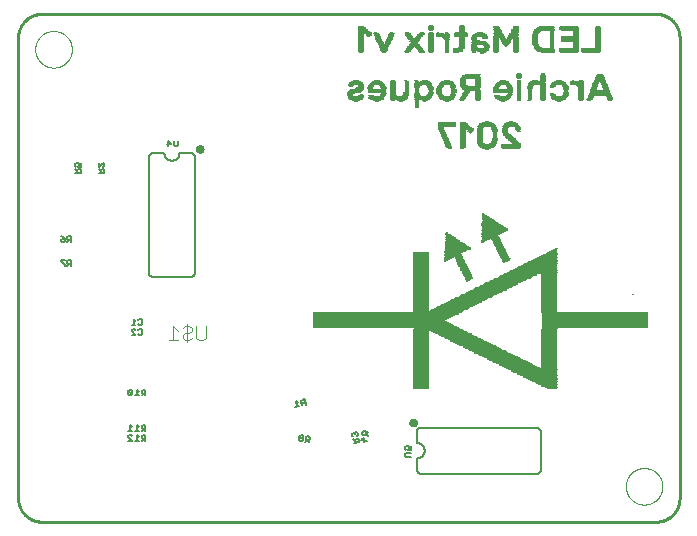
<source format=gbo>
G75*
%MOIN*%
%OFA0B0*%
%FSLAX25Y25*%
%IPPOS*%
%LPD*%
%AMOC8*
5,1,8,0,0,1.08239X$1,22.5*
%
%ADD10R,0.03600X0.00200*%
%ADD11R,0.05400X0.00200*%
%ADD12R,0.03800X0.00200*%
%ADD13R,0.04200X0.00200*%
%ADD14R,0.04800X0.00200*%
%ADD15R,0.05200X0.00200*%
%ADD16R,0.05800X0.00200*%
%ADD17R,0.06400X0.00200*%
%ADD18R,0.06800X0.00200*%
%ADD19R,0.07000X0.00200*%
%ADD20R,0.07400X0.00200*%
%ADD21R,0.08000X0.00200*%
%ADD22R,0.08400X0.00200*%
%ADD23R,0.08600X0.00200*%
%ADD24R,0.09000X0.00200*%
%ADD25R,0.09800X0.00200*%
%ADD26R,0.10000X0.00200*%
%ADD27R,0.10400X0.00200*%
%ADD28R,0.10600X0.00200*%
%ADD29R,0.11400X0.00200*%
%ADD30R,0.11600X0.00200*%
%ADD31R,0.12000X0.00200*%
%ADD32R,0.12400X0.00200*%
%ADD33R,0.13000X0.00200*%
%ADD34R,0.13200X0.00200*%
%ADD35R,0.13600X0.00200*%
%ADD36R,0.14000X0.00200*%
%ADD37R,0.14600X0.00200*%
%ADD38R,0.14800X0.00200*%
%ADD39R,0.15200X0.00200*%
%ADD40R,0.15600X0.00200*%
%ADD41R,0.16200X0.00200*%
%ADD42R,0.16400X0.00200*%
%ADD43R,0.16800X0.00200*%
%ADD44R,0.12200X0.00200*%
%ADD45R,0.11800X0.00200*%
%ADD46R,0.16600X0.00200*%
%ADD47R,0.35600X0.00200*%
%ADD48R,0.48600X0.00200*%
%ADD49R,0.48400X0.00200*%
%ADD50R,0.48000X0.00200*%
%ADD51R,0.47400X0.00200*%
%ADD52R,0.47000X0.00200*%
%ADD53R,0.46800X0.00200*%
%ADD54R,0.46200X0.00200*%
%ADD55R,0.45800X0.00200*%
%ADD56R,0.45400X0.00200*%
%ADD57R,0.45200X0.00200*%
%ADD58R,0.44800X0.00200*%
%ADD59R,0.44000X0.00200*%
%ADD60R,0.43800X0.00200*%
%ADD61R,0.44600X0.00200*%
%ADD62R,0.45000X0.00200*%
%ADD63R,0.46600X0.00200*%
%ADD64R,0.47200X0.00200*%
%ADD65R,0.48800X0.00200*%
%ADD66R,0.00400X0.00200*%
%ADD67R,0.01200X0.00200*%
%ADD68R,0.01600X0.00200*%
%ADD69R,0.02000X0.00200*%
%ADD70R,0.02600X0.00200*%
%ADD71R,0.02800X0.00200*%
%ADD72R,0.03000X0.00200*%
%ADD73R,0.15800X0.00200*%
%ADD74R,0.14200X0.00200*%
%ADD75R,0.12600X0.00200*%
%ADD76R,0.11000X0.00200*%
%ADD77R,0.00600X0.00200*%
%ADD78R,0.01000X0.00200*%
%ADD79R,0.09400X0.00200*%
%ADD80R,0.01800X0.00200*%
%ADD81R,0.00800X0.00200*%
%ADD82R,0.08800X0.00200*%
%ADD83R,0.07600X0.00200*%
%ADD84R,0.02200X0.00200*%
%ADD85R,0.07200X0.00200*%
%ADD86R,0.03200X0.00200*%
%ADD87R,0.06000X0.00200*%
%ADD88R,0.06200X0.00200*%
%ADD89R,0.04400X0.00200*%
%ADD90R,0.05600X0.00200*%
%ADD91R,0.04600X0.00200*%
%ADD92R,0.08200X0.00200*%
%ADD93R,0.05000X0.00200*%
%ADD94R,0.03400X0.00200*%
%ADD95R,0.06600X0.00200*%
%ADD96R,0.02400X0.00200*%
%ADD97R,0.01400X0.00200*%
%ADD98R,0.00200X0.00200*%
%ADD99R,0.04000X0.00200*%
%ADD100C,0.01000*%
%ADD101C,0.00000*%
%ADD102C,0.00500*%
%ADD103C,0.00400*%
%ADD104C,0.00800*%
%ADD105C,0.00010*%
D10*
X0150614Y0132954D03*
X0157814Y0134354D03*
X0181814Y0147954D03*
X0195414Y0148554D03*
X0166614Y0162954D03*
X0166614Y0163154D03*
X0166614Y0163354D03*
X0164214Y0161954D03*
X0161814Y0163154D03*
X0156214Y0158154D03*
X0154414Y0161554D03*
X0148214Y0158754D03*
X0133614Y0159954D03*
X0133614Y0161954D03*
X0123414Y0160154D03*
X0116614Y0164954D03*
X0114014Y0147954D03*
X0115014Y0145554D03*
X0179414Y0090954D03*
X0179414Y0045754D03*
D11*
X0178514Y0046754D03*
X0178714Y0065754D03*
X0178514Y0089954D03*
X0135914Y0089954D03*
X0135914Y0090154D03*
X0135914Y0090354D03*
X0135914Y0090554D03*
X0135914Y0090754D03*
X0135914Y0090954D03*
X0135914Y0089754D03*
X0135914Y0089554D03*
X0135914Y0089354D03*
X0135914Y0089154D03*
X0135914Y0088954D03*
X0135914Y0088754D03*
X0135914Y0088554D03*
X0135914Y0088354D03*
X0135914Y0088154D03*
X0135914Y0087954D03*
X0135914Y0087754D03*
X0135914Y0087554D03*
X0135914Y0087354D03*
X0135914Y0087154D03*
X0135914Y0086954D03*
X0135914Y0086754D03*
X0135914Y0086554D03*
X0135914Y0086354D03*
X0135914Y0086154D03*
X0135914Y0085954D03*
X0135914Y0085754D03*
X0135914Y0085554D03*
X0135914Y0085354D03*
X0135914Y0085154D03*
X0135914Y0084954D03*
X0135914Y0084754D03*
X0135914Y0084554D03*
X0135914Y0084354D03*
X0135914Y0084154D03*
X0135914Y0083954D03*
X0135914Y0083754D03*
X0135914Y0083554D03*
X0135914Y0083354D03*
X0135914Y0083154D03*
X0135914Y0082954D03*
X0135914Y0082754D03*
X0135914Y0082554D03*
X0135914Y0082354D03*
X0135914Y0082154D03*
X0135914Y0081954D03*
X0135914Y0081754D03*
X0135914Y0081554D03*
X0135914Y0081354D03*
X0135914Y0081154D03*
X0135914Y0080954D03*
X0135914Y0080754D03*
X0135914Y0080554D03*
X0135914Y0080354D03*
X0135914Y0080154D03*
X0135914Y0079954D03*
X0135914Y0079754D03*
X0135914Y0079554D03*
X0135914Y0079354D03*
X0135914Y0079154D03*
X0135914Y0078954D03*
X0135914Y0078754D03*
X0135914Y0078554D03*
X0135914Y0078354D03*
X0135914Y0078154D03*
X0135914Y0077954D03*
X0135914Y0077754D03*
X0135914Y0077554D03*
X0135914Y0077354D03*
X0135914Y0077154D03*
X0135914Y0076954D03*
X0135914Y0076754D03*
X0135914Y0076554D03*
X0135914Y0076354D03*
X0135914Y0076154D03*
X0135914Y0075954D03*
X0135914Y0075754D03*
X0135914Y0075554D03*
X0135914Y0075354D03*
X0135914Y0075154D03*
X0135914Y0074954D03*
X0135914Y0074754D03*
X0135914Y0074554D03*
X0135914Y0074354D03*
X0135914Y0074154D03*
X0135914Y0073954D03*
X0135914Y0073754D03*
X0135914Y0073554D03*
X0135914Y0073354D03*
X0135914Y0073154D03*
X0135914Y0072954D03*
X0135914Y0072754D03*
X0135914Y0072554D03*
X0135914Y0072354D03*
X0135914Y0072154D03*
X0135914Y0071954D03*
X0135914Y0071754D03*
X0135914Y0064954D03*
X0135914Y0064754D03*
X0135914Y0064554D03*
X0135914Y0064354D03*
X0135914Y0064154D03*
X0135914Y0063954D03*
X0135914Y0063754D03*
X0135914Y0063554D03*
X0135914Y0063354D03*
X0135914Y0063154D03*
X0135914Y0062954D03*
X0135914Y0062754D03*
X0135914Y0062554D03*
X0135914Y0062354D03*
X0135914Y0062154D03*
X0135914Y0061954D03*
X0135914Y0061754D03*
X0135914Y0061554D03*
X0135914Y0061354D03*
X0135914Y0061154D03*
X0135914Y0060954D03*
X0135914Y0060754D03*
X0135914Y0060554D03*
X0135914Y0060354D03*
X0135914Y0060154D03*
X0135914Y0059954D03*
X0135914Y0059754D03*
X0135914Y0059554D03*
X0135914Y0059354D03*
X0135914Y0059154D03*
X0135914Y0058954D03*
X0135914Y0058754D03*
X0135914Y0058554D03*
X0135914Y0058354D03*
X0135914Y0058154D03*
X0135914Y0057954D03*
X0135914Y0057754D03*
X0135914Y0057554D03*
X0135914Y0057354D03*
X0135914Y0057154D03*
X0135914Y0056954D03*
X0135914Y0056754D03*
X0135914Y0056554D03*
X0135914Y0056354D03*
X0135914Y0056154D03*
X0135914Y0055954D03*
X0135914Y0055754D03*
X0135914Y0055554D03*
X0135914Y0055354D03*
X0135914Y0055154D03*
X0135914Y0054954D03*
X0135914Y0054754D03*
X0135914Y0054554D03*
X0135914Y0054354D03*
X0135914Y0054154D03*
X0135914Y0053954D03*
X0135914Y0053754D03*
X0135914Y0053554D03*
X0135914Y0053354D03*
X0135914Y0053154D03*
X0135914Y0052954D03*
X0135914Y0052754D03*
X0135914Y0052554D03*
X0135914Y0052354D03*
X0135914Y0052154D03*
X0135914Y0051954D03*
X0135914Y0051754D03*
X0135914Y0051554D03*
X0135914Y0051354D03*
X0135914Y0051154D03*
X0135914Y0050954D03*
X0135914Y0050754D03*
X0135914Y0050554D03*
X0135914Y0050354D03*
X0135914Y0050154D03*
X0135914Y0049954D03*
X0135914Y0049754D03*
X0135914Y0049554D03*
X0135914Y0049354D03*
X0135914Y0049154D03*
X0135914Y0048954D03*
X0135914Y0048754D03*
X0135914Y0048554D03*
X0135914Y0048354D03*
X0135914Y0048154D03*
X0135914Y0047954D03*
X0135914Y0047754D03*
X0135914Y0047554D03*
X0135914Y0047354D03*
X0135914Y0047154D03*
X0135914Y0046954D03*
X0135914Y0046754D03*
X0135914Y0046554D03*
X0135914Y0046354D03*
X0135914Y0046154D03*
X0135914Y0045954D03*
X0135914Y0045754D03*
X0157914Y0133554D03*
X0165914Y0133354D03*
X0163114Y0146954D03*
X0155314Y0160754D03*
X0144314Y0147154D03*
X0144314Y0142754D03*
X0136314Y0142354D03*
X0136314Y0147754D03*
X0128314Y0142154D03*
X0120914Y0142754D03*
X0114114Y0142754D03*
X0114114Y0146954D03*
D12*
X0116714Y0164754D03*
X0144314Y0147954D03*
X0148314Y0158954D03*
X0161914Y0162754D03*
X0161914Y0162954D03*
X0166514Y0162754D03*
X0195314Y0148354D03*
X0165914Y0134154D03*
X0150714Y0132754D03*
X0158114Y0101954D03*
X0145914Y0095554D03*
X0179314Y0090754D03*
X0179314Y0045954D03*
D13*
X0179114Y0046154D03*
X0146114Y0095354D03*
X0158314Y0101754D03*
X0157914Y0125954D03*
X0157914Y0134154D03*
X0163114Y0142154D03*
X0163114Y0147754D03*
X0149114Y0164354D03*
X0121114Y0147754D03*
X0116914Y0164554D03*
X0178114Y0166554D03*
D14*
X0155414Y0163554D03*
X0155014Y0161354D03*
X0149014Y0162954D03*
X0149014Y0163154D03*
X0149014Y0163354D03*
X0149014Y0163554D03*
X0149014Y0163754D03*
X0149014Y0163954D03*
X0149014Y0164154D03*
X0163214Y0147354D03*
X0165814Y0133754D03*
X0181814Y0142354D03*
X0181814Y0147554D03*
X0158614Y0101354D03*
X0158614Y0101154D03*
X0146414Y0094954D03*
X0178814Y0090354D03*
X0178814Y0046354D03*
X0121014Y0142354D03*
X0121014Y0147354D03*
X0114014Y0147354D03*
D15*
X0121014Y0147154D03*
X0136214Y0142154D03*
X0153014Y0145154D03*
X0153014Y0150354D03*
X0163214Y0142754D03*
X0165814Y0133554D03*
X0157814Y0133754D03*
X0157814Y0126554D03*
X0181814Y0142754D03*
X0181814Y0147154D03*
X0155214Y0160954D03*
X0155214Y0161154D03*
X0155414Y0162954D03*
X0178614Y0090154D03*
X0178614Y0084154D03*
X0178614Y0083954D03*
X0178614Y0083754D03*
X0178614Y0083554D03*
X0178614Y0083354D03*
X0178614Y0083154D03*
X0178614Y0082954D03*
X0178614Y0082754D03*
X0178614Y0082554D03*
X0178614Y0082354D03*
X0178614Y0082154D03*
X0178614Y0081954D03*
X0178614Y0081754D03*
X0178614Y0081554D03*
X0178614Y0081354D03*
X0178614Y0081154D03*
X0178614Y0080954D03*
X0178614Y0080754D03*
X0178614Y0080554D03*
X0178614Y0080354D03*
X0178614Y0080154D03*
X0178614Y0079954D03*
X0178614Y0079754D03*
X0178614Y0079554D03*
X0178614Y0079354D03*
X0178614Y0079154D03*
X0178614Y0078954D03*
X0178614Y0078754D03*
X0178614Y0078554D03*
X0178614Y0078354D03*
X0178614Y0078154D03*
X0178614Y0077954D03*
X0178614Y0077754D03*
X0178614Y0077554D03*
X0178614Y0077354D03*
X0178614Y0077154D03*
X0178614Y0076954D03*
X0178614Y0076754D03*
X0178614Y0076554D03*
X0178614Y0076354D03*
X0178614Y0076154D03*
X0178614Y0075954D03*
X0178614Y0075754D03*
X0178614Y0075554D03*
X0178614Y0075354D03*
X0178614Y0075154D03*
X0178614Y0074954D03*
X0178614Y0074754D03*
X0178614Y0074554D03*
X0178614Y0074354D03*
X0178614Y0074154D03*
X0178614Y0073954D03*
X0178614Y0073754D03*
X0178614Y0073554D03*
X0178614Y0073354D03*
X0178614Y0073154D03*
X0178614Y0072954D03*
X0178614Y0072754D03*
X0178614Y0072554D03*
X0178614Y0072354D03*
X0178614Y0072154D03*
X0178614Y0071954D03*
X0178614Y0071754D03*
X0178614Y0071554D03*
X0178614Y0071354D03*
X0178614Y0071154D03*
X0178614Y0065554D03*
X0178614Y0065354D03*
X0178614Y0065154D03*
X0178614Y0064954D03*
X0178614Y0064754D03*
X0178614Y0064554D03*
X0178614Y0064354D03*
X0178614Y0064154D03*
X0178614Y0063954D03*
X0178614Y0063754D03*
X0178614Y0063554D03*
X0178614Y0063354D03*
X0178614Y0063154D03*
X0178614Y0062954D03*
X0178614Y0062754D03*
X0178614Y0062554D03*
X0178614Y0062354D03*
X0178614Y0062154D03*
X0178614Y0061954D03*
X0178614Y0061754D03*
X0178614Y0061554D03*
X0178614Y0061354D03*
X0178614Y0061154D03*
X0178614Y0060954D03*
X0178614Y0060754D03*
X0178614Y0060554D03*
X0178614Y0060354D03*
X0178614Y0060154D03*
X0178614Y0059954D03*
X0178614Y0059754D03*
X0178614Y0059554D03*
X0178614Y0059354D03*
X0178614Y0059154D03*
X0178614Y0058954D03*
X0178614Y0058754D03*
X0178614Y0058554D03*
X0178614Y0058354D03*
X0178614Y0058154D03*
X0178614Y0057954D03*
X0178614Y0057754D03*
X0178614Y0057554D03*
X0178614Y0057354D03*
X0178614Y0057154D03*
X0178614Y0056954D03*
X0178614Y0056754D03*
X0178614Y0056554D03*
X0178614Y0056354D03*
X0178614Y0056154D03*
X0178614Y0055954D03*
X0178614Y0055754D03*
X0178614Y0055554D03*
X0178614Y0055354D03*
X0178614Y0055154D03*
X0178614Y0054954D03*
X0178614Y0054754D03*
X0178614Y0054554D03*
X0178614Y0054354D03*
X0178614Y0054154D03*
X0178614Y0053954D03*
X0178614Y0053754D03*
X0178614Y0053554D03*
X0178614Y0053354D03*
X0178614Y0053154D03*
X0178614Y0052954D03*
X0178614Y0052754D03*
X0178614Y0052554D03*
X0178614Y0046554D03*
D16*
X0178314Y0046954D03*
X0146514Y0090154D03*
X0146514Y0090354D03*
X0146914Y0094354D03*
X0158914Y0096354D03*
X0158914Y0096554D03*
X0158914Y0096954D03*
X0158914Y0100754D03*
X0157914Y0126754D03*
X0157914Y0133354D03*
X0165914Y0133154D03*
X0174514Y0147354D03*
X0174514Y0147554D03*
X0177314Y0158154D03*
X0177314Y0158354D03*
X0177314Y0165954D03*
X0177314Y0166154D03*
X0155514Y0160554D03*
X0155514Y0158754D03*
X0155514Y0158554D03*
X0136514Y0147354D03*
X0136514Y0147154D03*
X0136514Y0142954D03*
X0136514Y0142754D03*
X0128514Y0142754D03*
X0128514Y0142954D03*
X0128514Y0142554D03*
D17*
X0152414Y0146154D03*
X0152414Y0149554D03*
X0163214Y0145554D03*
X0163214Y0145354D03*
X0163214Y0145154D03*
X0163214Y0144954D03*
X0163214Y0144754D03*
X0163214Y0144554D03*
X0177014Y0158754D03*
X0185214Y0159154D03*
X0185214Y0165354D03*
X0185214Y0165554D03*
X0185214Y0165754D03*
X0185214Y0165954D03*
X0185214Y0166154D03*
X0177014Y0165554D03*
X0192614Y0158954D03*
X0192614Y0158754D03*
X0192614Y0158554D03*
X0192614Y0158354D03*
X0192614Y0158154D03*
X0192614Y0157954D03*
X0195414Y0144954D03*
X0165814Y0127154D03*
X0159214Y0100354D03*
X0159214Y0097354D03*
X0147014Y0093954D03*
X0178014Y0089554D03*
X0178014Y0047154D03*
D18*
X0177814Y0047354D03*
X0177814Y0089354D03*
X0159414Y0100154D03*
X0195414Y0144354D03*
X0195414Y0144554D03*
X0152214Y0146554D03*
X0152214Y0149154D03*
D19*
X0195314Y0144154D03*
X0147314Y0093754D03*
X0147314Y0091554D03*
X0147114Y0091354D03*
X0177714Y0047554D03*
D20*
X0177514Y0047754D03*
X0147514Y0091754D03*
X0147514Y0093354D03*
X0159714Y0097754D03*
X0159714Y0099754D03*
D21*
X0160014Y0098154D03*
X0177214Y0088754D03*
X0177214Y0047954D03*
D22*
X0177014Y0048154D03*
X0177014Y0088554D03*
X0148014Y0092154D03*
X0148014Y0092754D03*
D23*
X0148114Y0092554D03*
X0148114Y0092354D03*
X0160314Y0098954D03*
X0176914Y0048354D03*
D24*
X0176714Y0048554D03*
X0160514Y0098554D03*
D25*
X0176314Y0087954D03*
X0176314Y0048754D03*
D26*
X0176214Y0048954D03*
X0176214Y0087754D03*
D27*
X0176014Y0087554D03*
X0176014Y0049154D03*
D28*
X0175914Y0049354D03*
D29*
X0175514Y0049554D03*
X0168914Y0052954D03*
X0167314Y0053754D03*
X0163314Y0055754D03*
X0161714Y0056554D03*
X0160114Y0057354D03*
X0158514Y0058154D03*
X0156914Y0058954D03*
X0155314Y0059754D03*
X0153714Y0060554D03*
X0144914Y0071954D03*
X0146514Y0072754D03*
X0148114Y0073554D03*
X0149714Y0074354D03*
X0151314Y0075154D03*
X0152914Y0075954D03*
X0154514Y0076754D03*
X0167314Y0082954D03*
X0168914Y0083754D03*
X0175514Y0087154D03*
D30*
X0175414Y0086954D03*
X0169214Y0083954D03*
X0167614Y0083154D03*
X0167014Y0082754D03*
X0165814Y0082354D03*
X0165614Y0082154D03*
X0165414Y0081954D03*
X0164214Y0081554D03*
X0164014Y0081354D03*
X0163614Y0081154D03*
X0162614Y0080754D03*
X0162414Y0080554D03*
X0162014Y0080354D03*
X0161014Y0079954D03*
X0160814Y0079754D03*
X0160414Y0079554D03*
X0159414Y0079154D03*
X0159214Y0078954D03*
X0158814Y0078754D03*
X0157814Y0078354D03*
X0157614Y0078154D03*
X0157214Y0077954D03*
X0156214Y0077554D03*
X0156014Y0077354D03*
X0155614Y0077154D03*
X0154214Y0076554D03*
X0154014Y0076354D03*
X0152614Y0075754D03*
X0152214Y0075554D03*
X0151014Y0074954D03*
X0150614Y0074754D03*
X0149414Y0074154D03*
X0149014Y0073954D03*
X0147814Y0073354D03*
X0147414Y0073154D03*
X0146214Y0072554D03*
X0145814Y0072354D03*
X0144614Y0071754D03*
X0144614Y0064954D03*
X0145614Y0064554D03*
X0145814Y0064354D03*
X0146214Y0064154D03*
X0147214Y0063754D03*
X0147414Y0063554D03*
X0147814Y0063354D03*
X0148814Y0062954D03*
X0149014Y0062754D03*
X0149414Y0062554D03*
X0150414Y0062154D03*
X0150814Y0061954D03*
X0151214Y0061754D03*
X0152014Y0061354D03*
X0152814Y0060954D03*
X0155614Y0059554D03*
X0156014Y0059354D03*
X0157214Y0058754D03*
X0157614Y0058554D03*
X0158814Y0057954D03*
X0159214Y0057754D03*
X0160414Y0057154D03*
X0160814Y0056954D03*
X0162414Y0056154D03*
X0163614Y0055554D03*
X0164014Y0055354D03*
X0165014Y0054954D03*
X0165614Y0054554D03*
X0166614Y0054154D03*
X0167014Y0053954D03*
X0168214Y0053354D03*
X0168614Y0053154D03*
X0169814Y0052554D03*
X0175414Y0049754D03*
D31*
X0175214Y0049954D03*
X0169414Y0052754D03*
X0167814Y0053554D03*
X0164614Y0055154D03*
X0162814Y0055954D03*
X0161214Y0056754D03*
X0159614Y0057554D03*
X0158014Y0058354D03*
X0156414Y0059154D03*
X0154814Y0059954D03*
X0153214Y0060754D03*
X0145414Y0072154D03*
X0147014Y0072954D03*
X0148614Y0073754D03*
X0150214Y0074554D03*
X0151814Y0075354D03*
X0155014Y0076954D03*
X0164814Y0081754D03*
X0175214Y0086754D03*
D32*
X0175014Y0050154D03*
D33*
X0174714Y0050354D03*
X0174714Y0086354D03*
D34*
X0174614Y0086154D03*
X0174614Y0050554D03*
D35*
X0174414Y0050754D03*
X0174414Y0085954D03*
D36*
X0174214Y0050954D03*
D37*
X0173914Y0051154D03*
X0173914Y0085554D03*
D38*
X0173814Y0085354D03*
X0173814Y0051354D03*
D39*
X0173614Y0051554D03*
X0173614Y0085154D03*
D40*
X0141014Y0065754D03*
X0173414Y0051754D03*
D41*
X0173114Y0051954D03*
X0141314Y0065554D03*
X0141314Y0071154D03*
X0173114Y0084754D03*
D42*
X0173014Y0084554D03*
X0173014Y0052154D03*
D43*
X0172814Y0052354D03*
X0141614Y0065154D03*
X0141614Y0071554D03*
X0172814Y0084354D03*
D44*
X0166114Y0054354D03*
D45*
X0165314Y0054754D03*
X0162114Y0056354D03*
X0154314Y0060154D03*
X0153914Y0060354D03*
X0152314Y0061154D03*
X0151514Y0061554D03*
X0149914Y0062354D03*
X0148314Y0063154D03*
X0146714Y0063954D03*
X0145114Y0064754D03*
X0153514Y0076154D03*
X0156714Y0077754D03*
X0158314Y0078554D03*
X0159914Y0079354D03*
X0161514Y0080154D03*
X0163114Y0080954D03*
X0166314Y0082554D03*
X0168114Y0083354D03*
X0168514Y0083554D03*
X0169714Y0084154D03*
D46*
X0141514Y0071354D03*
X0141514Y0065354D03*
D47*
X0193814Y0065954D03*
X0193814Y0066154D03*
X0193814Y0066354D03*
X0193814Y0066554D03*
X0193814Y0066754D03*
X0193814Y0066954D03*
X0193814Y0067154D03*
X0193814Y0067354D03*
X0193814Y0067554D03*
X0193814Y0067754D03*
X0193814Y0067954D03*
X0193814Y0068154D03*
X0193814Y0068354D03*
X0193814Y0068554D03*
X0193814Y0068754D03*
X0193814Y0068954D03*
X0193814Y0069154D03*
X0193814Y0069354D03*
X0193814Y0069554D03*
X0193814Y0069754D03*
X0193814Y0069954D03*
X0193814Y0070154D03*
X0193814Y0070354D03*
X0193814Y0070554D03*
X0193814Y0070754D03*
X0193814Y0070954D03*
D48*
X0124114Y0070754D03*
X0124114Y0065954D03*
D49*
X0124014Y0066154D03*
X0124014Y0070554D03*
D50*
X0123814Y0070354D03*
X0123814Y0066354D03*
D51*
X0123514Y0066554D03*
D52*
X0123314Y0066754D03*
D53*
X0123214Y0066954D03*
X0123214Y0069954D03*
D54*
X0122914Y0069554D03*
X0122914Y0067154D03*
D55*
X0122714Y0067354D03*
X0122714Y0069354D03*
D56*
X0122514Y0067554D03*
D57*
X0122414Y0067754D03*
X0122414Y0069154D03*
D58*
X0122214Y0067954D03*
D59*
X0121814Y0068154D03*
X0121814Y0068554D03*
D60*
X0121714Y0068354D03*
D61*
X0122114Y0068754D03*
D62*
X0122314Y0068954D03*
D63*
X0123114Y0069754D03*
D64*
X0123414Y0070154D03*
D65*
X0124214Y0070954D03*
D66*
X0151214Y0081554D03*
X0156214Y0094354D03*
X0181014Y0092554D03*
X0206414Y0076954D03*
D67*
X0180614Y0092154D03*
X0156614Y0094754D03*
X0156814Y0103554D03*
X0144614Y0097154D03*
X0144014Y0088354D03*
X0151414Y0081754D03*
X0152414Y0131354D03*
X0144414Y0141554D03*
X0134214Y0148354D03*
X0129214Y0141554D03*
X0121014Y0141554D03*
X0144414Y0157754D03*
X0139014Y0164354D03*
X0136014Y0164354D03*
X0149414Y0166754D03*
X0156214Y0157554D03*
X0168614Y0150754D03*
X0168614Y0149154D03*
X0168614Y0148354D03*
X0168614Y0141754D03*
X0179614Y0145954D03*
X0176614Y0150754D03*
X0189214Y0148354D03*
D68*
X0189214Y0148154D03*
X0184214Y0145354D03*
X0184214Y0145154D03*
X0184214Y0144954D03*
X0184214Y0144754D03*
X0179614Y0146154D03*
X0176614Y0141954D03*
X0172014Y0141954D03*
X0172014Y0142154D03*
X0172014Y0142354D03*
X0172014Y0142554D03*
X0172014Y0142754D03*
X0172014Y0142954D03*
X0172014Y0143154D03*
X0172014Y0143354D03*
X0172014Y0143554D03*
X0172014Y0143754D03*
X0172014Y0143954D03*
X0172014Y0144154D03*
X0172014Y0144354D03*
X0172014Y0144554D03*
X0172014Y0144754D03*
X0172014Y0144954D03*
X0172014Y0145154D03*
X0172014Y0145354D03*
X0172014Y0145554D03*
X0168614Y0145554D03*
X0168614Y0145754D03*
X0168614Y0145954D03*
X0168614Y0146154D03*
X0168614Y0146354D03*
X0168614Y0146554D03*
X0168614Y0146754D03*
X0168614Y0146954D03*
X0168614Y0147154D03*
X0168614Y0147354D03*
X0168614Y0147554D03*
X0168614Y0147754D03*
X0168614Y0147954D03*
X0168614Y0148154D03*
X0168614Y0145354D03*
X0168614Y0145154D03*
X0168614Y0144954D03*
X0168614Y0144754D03*
X0168614Y0144554D03*
X0168614Y0144354D03*
X0168614Y0144154D03*
X0168614Y0143954D03*
X0168614Y0143754D03*
X0168614Y0143554D03*
X0168614Y0143354D03*
X0168614Y0143154D03*
X0168614Y0142954D03*
X0168614Y0142754D03*
X0168614Y0142554D03*
X0168614Y0142354D03*
X0168614Y0142154D03*
X0168614Y0141954D03*
X0165414Y0143954D03*
X0165414Y0144154D03*
X0165214Y0143554D03*
X0165414Y0145954D03*
X0165214Y0146354D03*
X0168614Y0150554D03*
X0176614Y0150554D03*
X0176614Y0150354D03*
X0179414Y0159354D03*
X0179414Y0159554D03*
X0179414Y0159754D03*
X0179414Y0159954D03*
X0179414Y0160154D03*
X0179414Y0160354D03*
X0179414Y0160554D03*
X0179414Y0160754D03*
X0179414Y0160954D03*
X0179414Y0161154D03*
X0179414Y0161354D03*
X0179414Y0161554D03*
X0179414Y0161754D03*
X0179414Y0161954D03*
X0179414Y0162154D03*
X0179414Y0162354D03*
X0179414Y0162554D03*
X0179414Y0162754D03*
X0179414Y0162954D03*
X0179414Y0163154D03*
X0179414Y0163354D03*
X0179414Y0163554D03*
X0179414Y0163754D03*
X0179414Y0163954D03*
X0179414Y0164154D03*
X0179414Y0164354D03*
X0179414Y0164554D03*
X0179414Y0164754D03*
X0173814Y0163154D03*
X0173814Y0161154D03*
X0164214Y0160154D03*
X0164214Y0159954D03*
X0160814Y0157754D03*
X0153414Y0157954D03*
X0153414Y0158154D03*
X0153414Y0160154D03*
X0153414Y0160354D03*
X0153414Y0162154D03*
X0153414Y0162354D03*
X0160814Y0166554D03*
X0144414Y0164154D03*
X0144414Y0163954D03*
X0144414Y0161754D03*
X0144414Y0161554D03*
X0144414Y0161354D03*
X0144414Y0161154D03*
X0144414Y0160954D03*
X0144414Y0160754D03*
X0144414Y0160554D03*
X0144414Y0160354D03*
X0144414Y0160154D03*
X0144414Y0159954D03*
X0144414Y0159754D03*
X0144414Y0159554D03*
X0144414Y0159354D03*
X0144414Y0159154D03*
X0144414Y0158954D03*
X0144414Y0158754D03*
X0144414Y0158554D03*
X0144414Y0158354D03*
X0144414Y0158154D03*
X0144414Y0157954D03*
X0131214Y0157754D03*
X0123414Y0157954D03*
X0118414Y0163354D03*
X0120814Y0164154D03*
X0126014Y0164154D03*
X0115614Y0157954D03*
X0131014Y0148154D03*
X0131014Y0147954D03*
X0131014Y0147754D03*
X0131014Y0147554D03*
X0131014Y0147354D03*
X0131014Y0147154D03*
X0131014Y0146954D03*
X0131014Y0146754D03*
X0131014Y0146554D03*
X0131014Y0146354D03*
X0131014Y0146154D03*
X0131014Y0145954D03*
X0131014Y0145754D03*
X0131014Y0145554D03*
X0131014Y0145354D03*
X0131014Y0145154D03*
X0131014Y0144954D03*
X0131014Y0144754D03*
X0134414Y0144754D03*
X0134414Y0144954D03*
X0134414Y0145154D03*
X0134414Y0145354D03*
X0134414Y0145554D03*
X0134414Y0145754D03*
X0134414Y0144554D03*
X0134414Y0144354D03*
X0134414Y0144154D03*
X0134414Y0141954D03*
X0134414Y0141754D03*
X0134414Y0141554D03*
X0134414Y0141354D03*
X0134414Y0141154D03*
X0134414Y0140954D03*
X0134414Y0140754D03*
X0134414Y0140554D03*
X0134414Y0140354D03*
X0134414Y0140154D03*
X0134414Y0139954D03*
X0134414Y0139754D03*
X0134414Y0139554D03*
X0139014Y0143954D03*
X0139214Y0144754D03*
X0139214Y0144954D03*
X0139214Y0145154D03*
X0142014Y0145954D03*
X0142014Y0143954D03*
X0146614Y0143954D03*
X0146614Y0144154D03*
X0146614Y0144354D03*
X0146614Y0145554D03*
X0146614Y0145754D03*
X0146614Y0145954D03*
X0149614Y0141754D03*
X0149614Y0134554D03*
X0157814Y0134754D03*
X0160414Y0131154D03*
X0160414Y0130954D03*
X0160414Y0130754D03*
X0160414Y0130554D03*
X0160414Y0130354D03*
X0160414Y0130154D03*
X0160414Y0129954D03*
X0160414Y0129754D03*
X0160414Y0129554D03*
X0160414Y0129354D03*
X0160414Y0129154D03*
X0168214Y0131754D03*
X0149614Y0125754D03*
X0157014Y0103354D03*
X0156814Y0094954D03*
X0144214Y0088554D03*
X0151414Y0081954D03*
X0180414Y0091954D03*
X0189214Y0141754D03*
X0189214Y0141954D03*
X0198814Y0141954D03*
X0194814Y0166354D03*
X0134414Y0148154D03*
X0134414Y0147954D03*
X0119014Y0143554D03*
X0116014Y0143554D03*
X0112014Y0143554D03*
D69*
X0115814Y0143154D03*
X0112414Y0146754D03*
X0119214Y0146754D03*
X0121014Y0148354D03*
X0122814Y0146754D03*
X0123214Y0146154D03*
X0123214Y0143754D03*
X0123014Y0143354D03*
X0126614Y0143554D03*
X0126614Y0143754D03*
X0130614Y0143354D03*
X0130814Y0143754D03*
X0134614Y0143554D03*
X0134614Y0146554D03*
X0137014Y0148354D03*
X0138614Y0146754D03*
X0138814Y0146354D03*
X0138814Y0143554D03*
X0138614Y0143354D03*
X0142414Y0143354D03*
X0142214Y0146354D03*
X0142414Y0146754D03*
X0146414Y0146554D03*
X0146414Y0143354D03*
X0149614Y0142154D03*
X0149614Y0141954D03*
X0149814Y0142554D03*
X0149814Y0142754D03*
X0150214Y0143154D03*
X0150414Y0143354D03*
X0150414Y0143554D03*
X0150614Y0143954D03*
X0150814Y0144354D03*
X0151014Y0144554D03*
X0151214Y0144754D03*
X0151214Y0144954D03*
X0149814Y0146954D03*
X0149814Y0148754D03*
X0147614Y0157754D03*
X0149214Y0159354D03*
X0153614Y0159554D03*
X0153614Y0159754D03*
X0153614Y0161954D03*
X0153614Y0162754D03*
X0155414Y0164354D03*
X0157014Y0162754D03*
X0157614Y0160154D03*
X0157614Y0159154D03*
X0163014Y0162354D03*
X0163014Y0162554D03*
X0164214Y0160554D03*
X0165414Y0162354D03*
X0165414Y0162554D03*
X0167414Y0165754D03*
X0167414Y0165954D03*
X0167414Y0166154D03*
X0161014Y0165954D03*
X0161014Y0165754D03*
X0174014Y0163954D03*
X0174214Y0164354D03*
X0174014Y0160354D03*
X0174214Y0159954D03*
X0168614Y0150354D03*
X0168614Y0150154D03*
X0168614Y0149954D03*
X0168614Y0149754D03*
X0168614Y0149554D03*
X0168614Y0149354D03*
X0165014Y0146754D03*
X0163214Y0148354D03*
X0161414Y0146754D03*
X0161214Y0146554D03*
X0161214Y0143354D03*
X0164814Y0143154D03*
X0165014Y0143354D03*
X0172214Y0146554D03*
X0173814Y0148354D03*
X0176414Y0146354D03*
X0176414Y0146154D03*
X0179814Y0146554D03*
X0181814Y0148354D03*
X0183814Y0146554D03*
X0184014Y0146354D03*
X0184014Y0143554D03*
X0183814Y0143354D03*
X0179814Y0143554D03*
X0186614Y0148154D03*
X0193214Y0145354D03*
X0193814Y0146754D03*
X0194014Y0147554D03*
X0196614Y0147754D03*
X0197014Y0146954D03*
X0197214Y0146154D03*
X0197414Y0145754D03*
X0197614Y0145354D03*
X0198614Y0142954D03*
X0192414Y0143354D03*
X0192214Y0142554D03*
X0192014Y0142154D03*
X0195414Y0150554D03*
X0168014Y0132754D03*
X0164014Y0132754D03*
X0164014Y0132954D03*
X0163814Y0132554D03*
X0163814Y0131154D03*
X0163814Y0130954D03*
X0164014Y0130754D03*
X0164214Y0130554D03*
X0160214Y0132154D03*
X0160014Y0132754D03*
X0155614Y0132554D03*
X0155414Y0132354D03*
X0152214Y0131554D03*
X0149814Y0134154D03*
X0143214Y0130754D03*
X0143014Y0131154D03*
X0142814Y0131554D03*
X0142614Y0131954D03*
X0143414Y0129954D03*
X0143614Y0129754D03*
X0143814Y0129354D03*
X0144214Y0128354D03*
X0144614Y0127554D03*
X0144814Y0127154D03*
X0145014Y0126354D03*
X0145214Y0125954D03*
X0155414Y0127754D03*
X0155414Y0127954D03*
X0160014Y0127554D03*
X0160214Y0128154D03*
X0157214Y0103154D03*
X0145014Y0096754D03*
X0151614Y0082154D03*
X0164014Y0088354D03*
X0180214Y0091754D03*
X0131214Y0157954D03*
X0131414Y0158354D03*
X0132214Y0159154D03*
X0132214Y0159354D03*
X0135214Y0159154D03*
X0135414Y0163154D03*
X0135614Y0163554D03*
X0136014Y0163954D03*
X0132214Y0162754D03*
X0132014Y0162954D03*
X0131414Y0163754D03*
X0124614Y0160554D03*
X0122414Y0160554D03*
X0121614Y0162154D03*
X0121414Y0162954D03*
X0121014Y0163754D03*
X0123414Y0158154D03*
X0144214Y0162354D03*
X0144214Y0162554D03*
D70*
X0147714Y0157954D03*
X0153914Y0159154D03*
X0161314Y0164754D03*
X0161314Y0164954D03*
X0161314Y0165154D03*
X0164314Y0160954D03*
X0167114Y0164954D03*
X0174914Y0164954D03*
X0174914Y0159354D03*
X0188714Y0146754D03*
X0195314Y0149954D03*
X0165914Y0134554D03*
X0164514Y0130154D03*
X0164714Y0129954D03*
X0165314Y0129354D03*
X0166114Y0128754D03*
X0166914Y0128154D03*
X0166914Y0127954D03*
X0167114Y0127754D03*
X0167714Y0127354D03*
X0156114Y0127154D03*
X0152114Y0131954D03*
X0150114Y0133754D03*
X0163114Y0141754D03*
X0150114Y0146754D03*
X0150114Y0148954D03*
X0137114Y0148154D03*
X0134914Y0143154D03*
X0126914Y0143154D03*
X0121114Y0141754D03*
X0121114Y0148154D03*
X0114114Y0141754D03*
X0123514Y0158954D03*
X0118114Y0163954D03*
X0116114Y0165754D03*
X0145314Y0096354D03*
X0144914Y0089154D03*
X0148514Y0089154D03*
X0148514Y0089354D03*
X0150114Y0085954D03*
X0151714Y0082354D03*
X0164114Y0088554D03*
X0157314Y0095354D03*
D71*
X0157414Y0095554D03*
X0161214Y0094754D03*
X0161414Y0094354D03*
X0162014Y0093154D03*
X0162214Y0092754D03*
X0162814Y0091554D03*
X0163014Y0091154D03*
X0163614Y0089954D03*
X0163814Y0089554D03*
X0164214Y0088754D03*
X0151814Y0082754D03*
X0151814Y0082554D03*
X0151614Y0082954D03*
X0151614Y0083154D03*
X0151014Y0084354D03*
X0150814Y0084554D03*
X0150814Y0084754D03*
X0150014Y0086154D03*
X0150014Y0086354D03*
X0149414Y0087554D03*
X0149214Y0087754D03*
X0149214Y0087954D03*
X0149014Y0088354D03*
X0148814Y0088554D03*
X0148814Y0088754D03*
X0148614Y0088954D03*
X0148414Y0089554D03*
X0179814Y0091354D03*
X0159614Y0127154D03*
X0165614Y0129154D03*
X0166614Y0128354D03*
X0167414Y0127554D03*
X0150214Y0133554D03*
X0163214Y0148154D03*
X0173814Y0148154D03*
X0164214Y0161154D03*
X0161414Y0164354D03*
X0161414Y0164554D03*
X0167014Y0164554D03*
X0167014Y0164754D03*
X0167014Y0164354D03*
X0154014Y0161754D03*
X0133614Y0161354D03*
X0123614Y0159154D03*
X0116214Y0165554D03*
X0112614Y0144154D03*
X0129214Y0141954D03*
X0195414Y0149754D03*
D72*
X0195314Y0149554D03*
X0166914Y0163954D03*
X0166914Y0164154D03*
X0161514Y0164154D03*
X0155314Y0164154D03*
X0156314Y0157954D03*
X0144314Y0148154D03*
X0137114Y0141954D03*
X0150314Y0133354D03*
X0157914Y0134554D03*
X0157914Y0125754D03*
X0157714Y0102554D03*
X0160714Y0095554D03*
X0161114Y0095154D03*
X0161114Y0094954D03*
X0161314Y0094554D03*
X0161514Y0094154D03*
X0161514Y0093954D03*
X0161714Y0093754D03*
X0161914Y0093554D03*
X0161914Y0093354D03*
X0162114Y0092954D03*
X0162314Y0092554D03*
X0162314Y0092354D03*
X0162514Y0092154D03*
X0162714Y0091954D03*
X0162714Y0091754D03*
X0162914Y0091354D03*
X0163114Y0090954D03*
X0163114Y0090754D03*
X0163314Y0090554D03*
X0163514Y0090354D03*
X0163514Y0090154D03*
X0163714Y0089754D03*
X0163914Y0089354D03*
X0164114Y0088954D03*
X0151514Y0083354D03*
X0151314Y0083554D03*
X0151314Y0083754D03*
X0151114Y0083954D03*
X0151114Y0084154D03*
X0150714Y0084954D03*
X0150514Y0085154D03*
X0150514Y0085354D03*
X0150314Y0085554D03*
X0150314Y0085754D03*
X0149914Y0086554D03*
X0149714Y0086754D03*
X0149714Y0086954D03*
X0149514Y0087154D03*
X0149514Y0087354D03*
X0149114Y0088154D03*
X0145114Y0089354D03*
X0145514Y0096154D03*
X0115314Y0145754D03*
X0114114Y0148154D03*
X0123514Y0159354D03*
X0123514Y0159554D03*
D73*
X0173314Y0084954D03*
D74*
X0174114Y0085754D03*
D75*
X0174914Y0086554D03*
D76*
X0175714Y0087354D03*
D77*
X0180914Y0092354D03*
X0163514Y0087754D03*
X0144314Y0097754D03*
X0156514Y0104154D03*
X0118514Y0162954D03*
D78*
X0118514Y0163154D03*
X0120914Y0164354D03*
X0126114Y0164354D03*
X0144514Y0164354D03*
X0130914Y0148354D03*
X0137114Y0141554D03*
X0152514Y0131154D03*
X0156714Y0103754D03*
X0156514Y0094554D03*
X0163714Y0087954D03*
X0144514Y0097354D03*
X0116114Y0143754D03*
D79*
X0176514Y0088154D03*
D80*
X0163914Y0088154D03*
X0156914Y0095154D03*
X0144914Y0096954D03*
X0144314Y0088754D03*
X0145114Y0126154D03*
X0144914Y0126554D03*
X0144914Y0126754D03*
X0144914Y0126954D03*
X0144714Y0127354D03*
X0144514Y0127754D03*
X0144314Y0127954D03*
X0144314Y0128154D03*
X0144114Y0128554D03*
X0144114Y0128754D03*
X0144114Y0128954D03*
X0143914Y0129154D03*
X0143714Y0129554D03*
X0143314Y0130154D03*
X0143314Y0130354D03*
X0143314Y0130554D03*
X0143114Y0130954D03*
X0142914Y0131354D03*
X0142714Y0131754D03*
X0142514Y0132154D03*
X0142514Y0132354D03*
X0142514Y0132554D03*
X0142314Y0132754D03*
X0142314Y0132954D03*
X0149714Y0131954D03*
X0149714Y0131754D03*
X0149714Y0131554D03*
X0149714Y0131354D03*
X0149714Y0131154D03*
X0149714Y0130954D03*
X0149714Y0130754D03*
X0149714Y0130554D03*
X0149714Y0130354D03*
X0149714Y0130154D03*
X0149714Y0129954D03*
X0149714Y0129754D03*
X0149714Y0129554D03*
X0149714Y0129354D03*
X0149714Y0129154D03*
X0149714Y0128954D03*
X0149714Y0128754D03*
X0149714Y0128554D03*
X0149714Y0128354D03*
X0149714Y0128154D03*
X0149714Y0127954D03*
X0149714Y0127754D03*
X0149714Y0127554D03*
X0149714Y0127354D03*
X0149714Y0127154D03*
X0149714Y0126954D03*
X0149714Y0126754D03*
X0149714Y0126554D03*
X0149714Y0126354D03*
X0149714Y0126154D03*
X0149714Y0125954D03*
X0155314Y0128154D03*
X0155314Y0128354D03*
X0155314Y0128554D03*
X0155314Y0128754D03*
X0155314Y0128954D03*
X0155314Y0129154D03*
X0155314Y0129354D03*
X0155314Y0129554D03*
X0155314Y0129754D03*
X0155314Y0129954D03*
X0155314Y0130154D03*
X0155314Y0130354D03*
X0155314Y0130554D03*
X0155314Y0130754D03*
X0155314Y0130954D03*
X0155314Y0131154D03*
X0155314Y0131354D03*
X0155314Y0131554D03*
X0155314Y0131754D03*
X0155314Y0131954D03*
X0155314Y0132154D03*
X0160114Y0132354D03*
X0160114Y0132554D03*
X0160314Y0131954D03*
X0160314Y0131754D03*
X0160314Y0131554D03*
X0160314Y0131354D03*
X0160314Y0128954D03*
X0160314Y0128754D03*
X0160314Y0128554D03*
X0160314Y0128354D03*
X0160114Y0127954D03*
X0160114Y0127754D03*
X0163714Y0131354D03*
X0163714Y0131554D03*
X0163714Y0131754D03*
X0163714Y0131954D03*
X0163714Y0132154D03*
X0163714Y0132354D03*
X0168114Y0132354D03*
X0168114Y0132554D03*
X0168114Y0132154D03*
X0168114Y0131954D03*
X0176514Y0142154D03*
X0176514Y0142354D03*
X0176514Y0142554D03*
X0176514Y0142754D03*
X0176514Y0142954D03*
X0176514Y0143154D03*
X0176514Y0143354D03*
X0176514Y0143554D03*
X0176514Y0143754D03*
X0176514Y0143954D03*
X0176514Y0144154D03*
X0176514Y0144354D03*
X0176514Y0144554D03*
X0176514Y0144754D03*
X0176514Y0144954D03*
X0176514Y0145154D03*
X0176514Y0145354D03*
X0176514Y0145554D03*
X0176514Y0145754D03*
X0176514Y0145954D03*
X0176514Y0147954D03*
X0176514Y0148154D03*
X0176514Y0148354D03*
X0176514Y0148554D03*
X0176514Y0148754D03*
X0176514Y0148954D03*
X0176514Y0149154D03*
X0176514Y0149354D03*
X0176514Y0149554D03*
X0176514Y0149754D03*
X0176514Y0149954D03*
X0176514Y0150154D03*
X0179714Y0146354D03*
X0179714Y0143754D03*
X0184114Y0143754D03*
X0184114Y0143954D03*
X0184114Y0144154D03*
X0184114Y0144354D03*
X0184114Y0144554D03*
X0184114Y0145554D03*
X0184114Y0145754D03*
X0184114Y0145954D03*
X0184114Y0146154D03*
X0189114Y0146154D03*
X0189114Y0146354D03*
X0189114Y0145954D03*
X0189114Y0145754D03*
X0189114Y0145554D03*
X0189114Y0145354D03*
X0189114Y0145154D03*
X0189114Y0144954D03*
X0189114Y0144754D03*
X0189114Y0144554D03*
X0189114Y0144354D03*
X0189114Y0144154D03*
X0189114Y0143954D03*
X0189114Y0143754D03*
X0189114Y0143554D03*
X0189114Y0143354D03*
X0189114Y0143154D03*
X0189114Y0142954D03*
X0189114Y0142754D03*
X0189114Y0142554D03*
X0189114Y0142354D03*
X0189114Y0142154D03*
X0191914Y0141954D03*
X0192114Y0142354D03*
X0192314Y0142754D03*
X0192314Y0142954D03*
X0192314Y0143154D03*
X0193114Y0145154D03*
X0193314Y0145554D03*
X0193314Y0145754D03*
X0193514Y0145954D03*
X0193514Y0146154D03*
X0193714Y0146354D03*
X0193714Y0146554D03*
X0193914Y0146954D03*
X0193914Y0147154D03*
X0193914Y0147354D03*
X0194114Y0147754D03*
X0194314Y0147954D03*
X0194314Y0148154D03*
X0196514Y0148154D03*
X0196514Y0147954D03*
X0196714Y0147554D03*
X0196914Y0147354D03*
X0196914Y0147154D03*
X0197114Y0146754D03*
X0197114Y0146554D03*
X0197114Y0146354D03*
X0197314Y0145954D03*
X0197514Y0145554D03*
X0197714Y0145154D03*
X0198314Y0143354D03*
X0198514Y0143154D03*
X0198714Y0142754D03*
X0198714Y0142554D03*
X0198714Y0142354D03*
X0198714Y0142154D03*
X0189114Y0147954D03*
X0187514Y0159354D03*
X0187514Y0159554D03*
X0187514Y0159754D03*
X0187514Y0159954D03*
X0187514Y0160154D03*
X0187514Y0160354D03*
X0187514Y0160554D03*
X0187514Y0160754D03*
X0187514Y0160954D03*
X0187514Y0161154D03*
X0187514Y0163154D03*
X0187514Y0163354D03*
X0187514Y0163554D03*
X0187514Y0163754D03*
X0187514Y0163954D03*
X0187514Y0164154D03*
X0187514Y0164354D03*
X0187514Y0164554D03*
X0187514Y0164754D03*
X0187514Y0164954D03*
X0179314Y0164954D03*
X0174114Y0164154D03*
X0173914Y0163754D03*
X0173914Y0163554D03*
X0173914Y0163354D03*
X0173714Y0162954D03*
X0173714Y0162754D03*
X0173714Y0162554D03*
X0173714Y0162354D03*
X0173714Y0162154D03*
X0173714Y0161954D03*
X0173714Y0161754D03*
X0173714Y0161554D03*
X0173714Y0161354D03*
X0173914Y0160954D03*
X0173914Y0160754D03*
X0173914Y0160554D03*
X0174114Y0160154D03*
X0167514Y0160154D03*
X0167514Y0160354D03*
X0167514Y0160554D03*
X0167514Y0160754D03*
X0167514Y0160954D03*
X0167514Y0161154D03*
X0167514Y0161354D03*
X0167514Y0161554D03*
X0167514Y0161754D03*
X0167514Y0161954D03*
X0167514Y0162154D03*
X0167514Y0162354D03*
X0167514Y0162554D03*
X0164114Y0160354D03*
X0160914Y0160354D03*
X0160914Y0160554D03*
X0160914Y0160754D03*
X0160914Y0160954D03*
X0160914Y0161154D03*
X0160914Y0161354D03*
X0160914Y0161554D03*
X0160914Y0161754D03*
X0160914Y0161954D03*
X0160914Y0162154D03*
X0160914Y0162354D03*
X0160914Y0162554D03*
X0160914Y0160154D03*
X0160914Y0159954D03*
X0160914Y0159754D03*
X0160914Y0159554D03*
X0160914Y0159354D03*
X0160914Y0159154D03*
X0160914Y0158954D03*
X0160914Y0158754D03*
X0160914Y0158554D03*
X0160914Y0158354D03*
X0160914Y0158154D03*
X0160914Y0157954D03*
X0157714Y0159354D03*
X0157714Y0159554D03*
X0157714Y0159754D03*
X0157714Y0159954D03*
X0157114Y0162554D03*
X0153514Y0162554D03*
X0153514Y0159954D03*
X0149514Y0159954D03*
X0149514Y0160154D03*
X0149514Y0160354D03*
X0149514Y0160554D03*
X0149514Y0160754D03*
X0149514Y0160954D03*
X0149514Y0161154D03*
X0149514Y0161354D03*
X0149514Y0161554D03*
X0149514Y0161754D03*
X0149514Y0161954D03*
X0149514Y0162154D03*
X0149514Y0162354D03*
X0149514Y0162554D03*
X0149514Y0162754D03*
X0149514Y0164554D03*
X0149514Y0164754D03*
X0149514Y0164954D03*
X0149514Y0165154D03*
X0149514Y0165354D03*
X0149514Y0165554D03*
X0149514Y0165754D03*
X0149514Y0165954D03*
X0149514Y0166154D03*
X0149514Y0166354D03*
X0144314Y0162154D03*
X0144314Y0161954D03*
X0141914Y0164154D03*
X0139114Y0163954D03*
X0139114Y0163754D03*
X0139114Y0163554D03*
X0139114Y0163354D03*
X0139114Y0163154D03*
X0139114Y0162954D03*
X0139114Y0162754D03*
X0139114Y0162554D03*
X0139114Y0162354D03*
X0139114Y0162154D03*
X0139114Y0161954D03*
X0139114Y0161754D03*
X0139114Y0161554D03*
X0139114Y0161354D03*
X0139114Y0161154D03*
X0139114Y0160954D03*
X0139114Y0160754D03*
X0139114Y0160554D03*
X0139114Y0160354D03*
X0139114Y0160154D03*
X0139114Y0159954D03*
X0139114Y0159754D03*
X0139114Y0159554D03*
X0139114Y0159354D03*
X0139114Y0159154D03*
X0139114Y0158954D03*
X0139114Y0158754D03*
X0139114Y0158554D03*
X0139114Y0158354D03*
X0139114Y0158154D03*
X0139114Y0157954D03*
X0136114Y0157954D03*
X0136114Y0157754D03*
X0136114Y0164154D03*
X0139114Y0165354D03*
X0139114Y0165554D03*
X0139114Y0165754D03*
X0139114Y0165954D03*
X0139114Y0166154D03*
X0139114Y0166354D03*
X0139114Y0166554D03*
X0131314Y0164154D03*
X0131314Y0163954D03*
X0126114Y0163954D03*
X0125914Y0163754D03*
X0125914Y0163554D03*
X0125714Y0163354D03*
X0125714Y0163154D03*
X0125714Y0162954D03*
X0125514Y0162754D03*
X0125514Y0162554D03*
X0125514Y0162354D03*
X0125314Y0162154D03*
X0125114Y0161954D03*
X0125114Y0161754D03*
X0124914Y0161554D03*
X0124914Y0161354D03*
X0124914Y0161154D03*
X0124914Y0160954D03*
X0124714Y0160754D03*
X0124514Y0160354D03*
X0122514Y0160354D03*
X0122314Y0160754D03*
X0122314Y0160954D03*
X0122114Y0161154D03*
X0122114Y0161354D03*
X0121914Y0161554D03*
X0121914Y0161754D03*
X0121714Y0161954D03*
X0121514Y0162354D03*
X0121514Y0162554D03*
X0121514Y0162754D03*
X0121314Y0163154D03*
X0121114Y0163354D03*
X0121114Y0163554D03*
X0120914Y0163954D03*
X0118314Y0163554D03*
X0115714Y0163554D03*
X0115714Y0163754D03*
X0115714Y0163954D03*
X0115714Y0163354D03*
X0115714Y0163154D03*
X0115714Y0162954D03*
X0115714Y0162754D03*
X0115714Y0162554D03*
X0115714Y0162354D03*
X0115714Y0162154D03*
X0115714Y0161954D03*
X0115714Y0161754D03*
X0115714Y0161554D03*
X0115714Y0161354D03*
X0115714Y0161154D03*
X0115714Y0160954D03*
X0115714Y0160754D03*
X0115714Y0160554D03*
X0115714Y0160354D03*
X0115714Y0160154D03*
X0115714Y0159954D03*
X0115714Y0159754D03*
X0115714Y0159554D03*
X0115714Y0159354D03*
X0115714Y0159154D03*
X0115714Y0158954D03*
X0115714Y0158754D03*
X0115714Y0158554D03*
X0115714Y0158354D03*
X0115714Y0158154D03*
X0115714Y0166354D03*
X0115914Y0146754D03*
X0115914Y0146554D03*
X0115914Y0146354D03*
X0115914Y0146154D03*
X0115914Y0143354D03*
X0112114Y0143354D03*
X0112114Y0143754D03*
X0119114Y0143354D03*
X0118914Y0145754D03*
X0118914Y0145954D03*
X0118914Y0146154D03*
X0119114Y0146354D03*
X0119114Y0146554D03*
X0123114Y0146554D03*
X0123114Y0146354D03*
X0123314Y0145954D03*
X0123314Y0145754D03*
X0123314Y0144154D03*
X0123314Y0143954D03*
X0123114Y0143554D03*
X0126514Y0143954D03*
X0126514Y0144154D03*
X0126514Y0144354D03*
X0126514Y0144554D03*
X0126514Y0144754D03*
X0126514Y0144954D03*
X0126514Y0145154D03*
X0126514Y0145354D03*
X0126514Y0145554D03*
X0126514Y0145754D03*
X0126514Y0145954D03*
X0126514Y0146154D03*
X0126514Y0146354D03*
X0126514Y0146554D03*
X0126514Y0146754D03*
X0126514Y0146954D03*
X0126514Y0147154D03*
X0126514Y0147354D03*
X0126514Y0147554D03*
X0126514Y0147754D03*
X0126514Y0147954D03*
X0126514Y0148154D03*
X0130914Y0144554D03*
X0130914Y0144354D03*
X0130914Y0144154D03*
X0130914Y0143954D03*
X0130714Y0143554D03*
X0134514Y0143754D03*
X0134514Y0143954D03*
X0134514Y0145954D03*
X0134514Y0146154D03*
X0134514Y0146354D03*
X0138914Y0146154D03*
X0139114Y0145954D03*
X0139114Y0145754D03*
X0139114Y0145554D03*
X0139114Y0145354D03*
X0139114Y0144554D03*
X0139114Y0144354D03*
X0139114Y0144154D03*
X0138914Y0143754D03*
X0141914Y0144154D03*
X0141914Y0144354D03*
X0141914Y0144554D03*
X0141914Y0144754D03*
X0141914Y0144954D03*
X0141914Y0145154D03*
X0141914Y0145354D03*
X0141914Y0145554D03*
X0141914Y0145754D03*
X0142114Y0146154D03*
X0142314Y0146554D03*
X0142114Y0143754D03*
X0142314Y0143554D03*
X0146514Y0143554D03*
X0146514Y0143754D03*
X0146714Y0144554D03*
X0146714Y0144754D03*
X0146714Y0144954D03*
X0146714Y0145154D03*
X0146714Y0145354D03*
X0146514Y0146154D03*
X0146514Y0146354D03*
X0149714Y0147154D03*
X0149714Y0147354D03*
X0149714Y0147554D03*
X0149714Y0147754D03*
X0149714Y0147954D03*
X0149714Y0148154D03*
X0149714Y0148354D03*
X0149714Y0148554D03*
X0150514Y0143754D03*
X0149714Y0142354D03*
X0154714Y0142354D03*
X0154714Y0142554D03*
X0154714Y0142754D03*
X0154714Y0142954D03*
X0154714Y0143154D03*
X0154714Y0143354D03*
X0154714Y0143554D03*
X0154714Y0143754D03*
X0154714Y0143954D03*
X0154714Y0144154D03*
X0154714Y0144354D03*
X0154714Y0144554D03*
X0154714Y0144754D03*
X0154714Y0144954D03*
X0154714Y0146754D03*
X0154714Y0146954D03*
X0154714Y0147154D03*
X0154714Y0147354D03*
X0154714Y0147554D03*
X0154714Y0147754D03*
X0154714Y0147954D03*
X0154714Y0148154D03*
X0154714Y0148354D03*
X0154714Y0148554D03*
X0154714Y0148754D03*
X0154714Y0148954D03*
X0160914Y0146154D03*
X0160914Y0145954D03*
X0160914Y0145754D03*
X0161114Y0146354D03*
X0165114Y0146554D03*
X0165314Y0146154D03*
X0165514Y0145754D03*
X0165314Y0143754D03*
X0172114Y0145754D03*
X0172114Y0145954D03*
X0172114Y0146154D03*
X0172114Y0146354D03*
X0167514Y0157954D03*
X0167514Y0158154D03*
X0167514Y0158354D03*
X0167514Y0158554D03*
X0167514Y0158754D03*
X0167514Y0158954D03*
X0167514Y0159154D03*
X0167514Y0159354D03*
X0167514Y0159554D03*
X0167514Y0159754D03*
X0167514Y0159954D03*
X0167514Y0166354D03*
X0160914Y0166354D03*
X0160914Y0166154D03*
X0149514Y0159754D03*
X0149314Y0159554D03*
X0154714Y0142154D03*
X0154714Y0141954D03*
X0149714Y0134354D03*
X0126514Y0141954D03*
X0194914Y0159354D03*
X0194914Y0159554D03*
X0194914Y0159754D03*
X0194914Y0159954D03*
X0194914Y0160154D03*
X0194914Y0160354D03*
X0194914Y0160554D03*
X0194914Y0160754D03*
X0194914Y0160954D03*
X0194914Y0161154D03*
X0194914Y0161354D03*
X0194914Y0161554D03*
X0194914Y0161754D03*
X0194914Y0161954D03*
X0194914Y0162154D03*
X0194914Y0162354D03*
X0194914Y0162554D03*
X0194914Y0162754D03*
X0194914Y0162954D03*
X0194914Y0163154D03*
X0194914Y0163354D03*
X0194914Y0163554D03*
X0194914Y0163754D03*
X0194914Y0163954D03*
X0194914Y0164154D03*
X0194914Y0164354D03*
X0194914Y0164554D03*
X0194914Y0164754D03*
X0194914Y0164954D03*
X0194914Y0165154D03*
X0194914Y0165354D03*
X0194914Y0165554D03*
X0194914Y0165754D03*
X0194914Y0165954D03*
X0194914Y0166154D03*
D81*
X0186414Y0148354D03*
X0164214Y0159754D03*
X0141614Y0164354D03*
X0152414Y0130954D03*
X0156614Y0103954D03*
X0144414Y0097554D03*
X0143814Y0088154D03*
D82*
X0160414Y0098754D03*
X0176814Y0088354D03*
D83*
X0177414Y0088954D03*
X0159814Y0097954D03*
X0159814Y0099554D03*
X0147614Y0093154D03*
X0147614Y0091954D03*
X0195414Y0143554D03*
X0195414Y0143754D03*
D84*
X0188914Y0146554D03*
X0183714Y0146754D03*
X0179914Y0146754D03*
X0179914Y0143354D03*
X0180114Y0143154D03*
X0176314Y0146554D03*
X0176314Y0146754D03*
X0172314Y0146754D03*
X0174514Y0159554D03*
X0174314Y0159754D03*
X0174314Y0164554D03*
X0167314Y0165554D03*
X0161114Y0165554D03*
X0153714Y0159354D03*
X0156314Y0157754D03*
X0144314Y0148354D03*
X0146314Y0146754D03*
X0146114Y0143154D03*
X0142514Y0143154D03*
X0138514Y0143154D03*
X0137114Y0141754D03*
X0134714Y0143354D03*
X0130514Y0143154D03*
X0126714Y0143354D03*
X0122714Y0143154D03*
X0119314Y0143154D03*
X0112314Y0143154D03*
X0112314Y0143954D03*
X0114114Y0148354D03*
X0123514Y0158354D03*
X0131314Y0158154D03*
X0131514Y0158554D03*
X0131714Y0158754D03*
X0131914Y0158954D03*
X0132314Y0159554D03*
X0133714Y0160954D03*
X0133514Y0161154D03*
X0132314Y0162554D03*
X0131914Y0163154D03*
X0131714Y0163354D03*
X0131514Y0163554D03*
X0134914Y0162754D03*
X0134914Y0162554D03*
X0135114Y0162954D03*
X0135514Y0163354D03*
X0134914Y0159554D03*
X0135114Y0159354D03*
X0135314Y0158954D03*
X0135514Y0158754D03*
X0135714Y0158554D03*
X0135914Y0158354D03*
X0135914Y0158154D03*
X0138714Y0146554D03*
X0150114Y0142954D03*
X0150714Y0144154D03*
X0155714Y0132754D03*
X0152314Y0131754D03*
X0155714Y0127554D03*
X0159914Y0132954D03*
X0167914Y0132954D03*
X0195314Y0150354D03*
X0157314Y0102954D03*
X0145114Y0096554D03*
X0144714Y0088954D03*
X0180114Y0091554D03*
X0118314Y0163754D03*
X0115914Y0166154D03*
D85*
X0195414Y0143954D03*
X0159614Y0099954D03*
X0147414Y0093554D03*
X0177614Y0089154D03*
D86*
X0179614Y0091154D03*
X0164014Y0089154D03*
X0160814Y0095354D03*
X0157814Y0102354D03*
X0145214Y0089554D03*
X0165814Y0134354D03*
X0163214Y0141954D03*
X0181814Y0141954D03*
X0181814Y0148154D03*
X0195414Y0149154D03*
X0195414Y0149354D03*
X0164214Y0161354D03*
X0161614Y0163954D03*
X0137014Y0147954D03*
X0144214Y0141954D03*
X0121014Y0141954D03*
X0133614Y0160554D03*
X0133614Y0161554D03*
X0116414Y0165354D03*
D87*
X0136614Y0146954D03*
X0144414Y0134554D03*
X0152614Y0145554D03*
X0152614Y0145754D03*
X0152614Y0149954D03*
X0152614Y0150154D03*
X0155614Y0158954D03*
X0174414Y0147154D03*
X0185414Y0161354D03*
X0185414Y0161554D03*
X0185414Y0161754D03*
X0185414Y0161954D03*
X0185414Y0162154D03*
X0185414Y0162354D03*
X0185414Y0162554D03*
X0185414Y0162754D03*
X0185414Y0162954D03*
X0185214Y0166554D03*
X0192614Y0157754D03*
X0157814Y0126954D03*
X0121214Y0144354D03*
X0159014Y0097154D03*
X0159014Y0096154D03*
X0159014Y0095954D03*
X0147014Y0094154D03*
X0146614Y0090954D03*
X0146614Y0089954D03*
X0178214Y0089754D03*
D88*
X0159114Y0095754D03*
X0159114Y0100554D03*
X0146714Y0091154D03*
X0146714Y0089754D03*
X0165914Y0125754D03*
X0157914Y0133154D03*
X0163314Y0144354D03*
X0152514Y0145954D03*
X0152514Y0149754D03*
X0144314Y0134354D03*
X0144314Y0134154D03*
X0144314Y0133954D03*
X0144314Y0133754D03*
X0144314Y0133554D03*
X0144314Y0133354D03*
X0144314Y0133154D03*
X0121114Y0144554D03*
X0121114Y0144754D03*
X0121114Y0144954D03*
X0121114Y0145154D03*
X0121114Y0145354D03*
X0121114Y0145554D03*
X0174314Y0146954D03*
X0185114Y0157754D03*
X0177114Y0158554D03*
X0185314Y0165154D03*
X0185114Y0166354D03*
X0177114Y0165754D03*
X0192714Y0159154D03*
D89*
X0187814Y0147754D03*
X0187814Y0147554D03*
X0187814Y0147354D03*
X0187814Y0147154D03*
X0187814Y0146954D03*
X0181814Y0147754D03*
X0181814Y0142154D03*
X0178014Y0157754D03*
X0155414Y0163754D03*
X0143014Y0163754D03*
X0143014Y0163554D03*
X0143014Y0163354D03*
X0143014Y0163154D03*
X0143014Y0162954D03*
X0133614Y0162354D03*
X0133614Y0159754D03*
X0144414Y0147754D03*
X0144414Y0142154D03*
X0153214Y0150554D03*
X0151014Y0132354D03*
X0121014Y0142154D03*
X0114014Y0142154D03*
X0113614Y0144554D03*
X0113814Y0144754D03*
X0114014Y0144954D03*
X0114214Y0145154D03*
X0114414Y0145354D03*
X0114014Y0147754D03*
X0117014Y0164354D03*
X0158414Y0101554D03*
X0179014Y0090554D03*
D90*
X0158814Y0096754D03*
X0158814Y0100954D03*
X0146814Y0094554D03*
X0146414Y0090754D03*
X0146414Y0090554D03*
X0144414Y0142954D03*
X0144414Y0146954D03*
X0136414Y0147554D03*
X0136414Y0142554D03*
X0128414Y0142354D03*
X0121014Y0142954D03*
X0121014Y0146954D03*
X0114014Y0142954D03*
X0152814Y0145354D03*
X0163014Y0142954D03*
X0174614Y0147754D03*
X0181814Y0146954D03*
X0181814Y0142954D03*
X0155414Y0158354D03*
D91*
X0163114Y0147554D03*
X0163114Y0142354D03*
X0165914Y0133954D03*
X0157914Y0126154D03*
X0151114Y0132154D03*
X0144314Y0142354D03*
X0144314Y0147554D03*
X0121114Y0147554D03*
X0114114Y0147554D03*
X0114114Y0142354D03*
X0117114Y0164154D03*
X0146314Y0095154D03*
X0135914Y0091154D03*
D92*
X0147914Y0092954D03*
X0160114Y0098354D03*
X0160114Y0099154D03*
X0160114Y0099354D03*
D93*
X0146514Y0094754D03*
X0157714Y0126354D03*
X0157714Y0133954D03*
X0163114Y0142554D03*
X0163314Y0147154D03*
X0177714Y0157954D03*
X0177714Y0166354D03*
X0155314Y0163354D03*
X0155314Y0163154D03*
X0144314Y0147354D03*
X0144314Y0142554D03*
X0120914Y0142554D03*
X0114114Y0142554D03*
X0114114Y0147154D03*
X0181714Y0147354D03*
X0181714Y0142554D03*
D94*
X0173714Y0147954D03*
X0163314Y0147954D03*
X0148114Y0158154D03*
X0148114Y0158354D03*
X0148114Y0158554D03*
X0148514Y0159154D03*
X0155314Y0163954D03*
X0161714Y0163754D03*
X0161714Y0163554D03*
X0161714Y0163354D03*
X0164114Y0161754D03*
X0164114Y0161554D03*
X0166714Y0163554D03*
X0166714Y0163754D03*
X0195514Y0148954D03*
X0195514Y0148754D03*
X0150514Y0133154D03*
X0121114Y0147954D03*
X0114114Y0141954D03*
X0113114Y0144354D03*
X0123514Y0159754D03*
X0123514Y0159954D03*
X0116514Y0165154D03*
X0133714Y0161754D03*
X0133714Y0160354D03*
X0133714Y0160154D03*
X0157914Y0102154D03*
X0145714Y0095954D03*
X0145714Y0095754D03*
D95*
X0159314Y0097554D03*
X0165914Y0125954D03*
X0165914Y0126154D03*
X0165914Y0126354D03*
X0165914Y0126554D03*
X0165914Y0126754D03*
X0165914Y0126954D03*
X0152314Y0146354D03*
X0152314Y0149354D03*
X0176914Y0158954D03*
X0176914Y0159154D03*
X0176914Y0165154D03*
X0176914Y0165354D03*
X0185114Y0158954D03*
X0185114Y0158754D03*
X0185114Y0158554D03*
X0185114Y0158354D03*
X0185114Y0158154D03*
X0185114Y0157954D03*
X0195514Y0144754D03*
D96*
X0195414Y0150154D03*
X0186814Y0147954D03*
X0183614Y0143154D03*
X0181814Y0141754D03*
X0166014Y0128954D03*
X0166214Y0128554D03*
X0165214Y0129554D03*
X0165014Y0129754D03*
X0164414Y0130354D03*
X0159814Y0127354D03*
X0155814Y0127354D03*
X0155814Y0132954D03*
X0150014Y0133954D03*
X0144414Y0141754D03*
X0134814Y0146754D03*
X0129214Y0141754D03*
X0115614Y0145954D03*
X0123414Y0158554D03*
X0123414Y0158754D03*
X0116014Y0165954D03*
X0133614Y0160754D03*
X0135814Y0163754D03*
X0142014Y0163954D03*
X0144014Y0162754D03*
X0157214Y0160354D03*
X0161214Y0165354D03*
X0164214Y0160754D03*
X0167214Y0165154D03*
X0167214Y0165354D03*
X0174614Y0164754D03*
X0161414Y0143154D03*
X0157414Y0102754D03*
D97*
X0157914Y0125554D03*
X0168314Y0131554D03*
X0165914Y0134754D03*
X0163114Y0141554D03*
X0161114Y0143554D03*
X0154714Y0141754D03*
X0171914Y0141754D03*
X0176514Y0141754D03*
X0179514Y0143954D03*
X0181914Y0141554D03*
X0191914Y0141754D03*
X0198914Y0141754D03*
X0194914Y0166554D03*
X0167514Y0166554D03*
X0167514Y0157754D03*
X0153314Y0157754D03*
X0149514Y0166554D03*
X0139114Y0166754D03*
X0139114Y0165154D03*
X0139114Y0164154D03*
X0139114Y0157754D03*
X0131114Y0164354D03*
X0123514Y0157754D03*
X0115714Y0157754D03*
X0115714Y0166554D03*
X0126514Y0148354D03*
X0126514Y0141754D03*
X0134314Y0139354D03*
X0145314Y0125754D03*
X0114114Y0141554D03*
X0112314Y0146554D03*
D98*
X0152514Y0130754D03*
D99*
X0150814Y0132554D03*
X0164214Y0162154D03*
X0133614Y0162154D03*
D100*
X0214098Y0001500D02*
X0009374Y0001500D01*
X0009184Y0001502D01*
X0008994Y0001509D01*
X0008804Y0001521D01*
X0008614Y0001537D01*
X0008425Y0001557D01*
X0008236Y0001583D01*
X0008048Y0001612D01*
X0007861Y0001647D01*
X0007675Y0001686D01*
X0007490Y0001729D01*
X0007305Y0001777D01*
X0007122Y0001829D01*
X0006941Y0001885D01*
X0006761Y0001946D01*
X0006582Y0002012D01*
X0006405Y0002081D01*
X0006229Y0002155D01*
X0006056Y0002233D01*
X0005884Y0002316D01*
X0005715Y0002402D01*
X0005547Y0002492D01*
X0005382Y0002587D01*
X0005219Y0002685D01*
X0005059Y0002788D01*
X0004901Y0002894D01*
X0004746Y0003004D01*
X0004593Y0003117D01*
X0004443Y0003235D01*
X0004297Y0003356D01*
X0004153Y0003480D01*
X0004012Y0003608D01*
X0003874Y0003739D01*
X0003739Y0003874D01*
X0003608Y0004012D01*
X0003480Y0004153D01*
X0003356Y0004297D01*
X0003235Y0004443D01*
X0003117Y0004593D01*
X0003004Y0004746D01*
X0002894Y0004901D01*
X0002788Y0005059D01*
X0002685Y0005219D01*
X0002587Y0005382D01*
X0002492Y0005547D01*
X0002402Y0005715D01*
X0002316Y0005884D01*
X0002233Y0006056D01*
X0002155Y0006229D01*
X0002081Y0006405D01*
X0002012Y0006582D01*
X0001946Y0006761D01*
X0001885Y0006941D01*
X0001829Y0007122D01*
X0001777Y0007305D01*
X0001729Y0007490D01*
X0001686Y0007675D01*
X0001647Y0007861D01*
X0001612Y0008048D01*
X0001583Y0008236D01*
X0001557Y0008425D01*
X0001537Y0008614D01*
X0001521Y0008804D01*
X0001509Y0008994D01*
X0001502Y0009184D01*
X0001500Y0009374D01*
X0001500Y0162917D01*
X0001502Y0163107D01*
X0001509Y0163297D01*
X0001521Y0163487D01*
X0001537Y0163677D01*
X0001557Y0163866D01*
X0001583Y0164055D01*
X0001612Y0164243D01*
X0001647Y0164430D01*
X0001686Y0164616D01*
X0001729Y0164801D01*
X0001777Y0164986D01*
X0001829Y0165169D01*
X0001885Y0165350D01*
X0001946Y0165530D01*
X0002012Y0165709D01*
X0002081Y0165886D01*
X0002155Y0166062D01*
X0002233Y0166235D01*
X0002316Y0166407D01*
X0002402Y0166576D01*
X0002492Y0166744D01*
X0002587Y0166909D01*
X0002685Y0167072D01*
X0002788Y0167232D01*
X0002894Y0167390D01*
X0003004Y0167545D01*
X0003117Y0167698D01*
X0003235Y0167848D01*
X0003356Y0167994D01*
X0003480Y0168138D01*
X0003608Y0168279D01*
X0003739Y0168417D01*
X0003874Y0168552D01*
X0004012Y0168683D01*
X0004153Y0168811D01*
X0004297Y0168935D01*
X0004443Y0169056D01*
X0004593Y0169174D01*
X0004746Y0169287D01*
X0004901Y0169397D01*
X0005059Y0169503D01*
X0005219Y0169606D01*
X0005382Y0169704D01*
X0005547Y0169799D01*
X0005715Y0169889D01*
X0005884Y0169975D01*
X0006056Y0170058D01*
X0006229Y0170136D01*
X0006405Y0170210D01*
X0006582Y0170279D01*
X0006761Y0170345D01*
X0006941Y0170406D01*
X0007122Y0170462D01*
X0007305Y0170514D01*
X0007490Y0170562D01*
X0007675Y0170605D01*
X0007861Y0170644D01*
X0008048Y0170679D01*
X0008236Y0170708D01*
X0008425Y0170734D01*
X0008614Y0170754D01*
X0008804Y0170770D01*
X0008994Y0170782D01*
X0009184Y0170789D01*
X0009374Y0170791D01*
X0214098Y0170791D01*
X0214288Y0170789D01*
X0214478Y0170782D01*
X0214668Y0170770D01*
X0214858Y0170754D01*
X0215047Y0170734D01*
X0215236Y0170708D01*
X0215424Y0170679D01*
X0215611Y0170644D01*
X0215797Y0170605D01*
X0215982Y0170562D01*
X0216167Y0170514D01*
X0216350Y0170462D01*
X0216531Y0170406D01*
X0216711Y0170345D01*
X0216890Y0170279D01*
X0217067Y0170210D01*
X0217243Y0170136D01*
X0217416Y0170058D01*
X0217588Y0169975D01*
X0217757Y0169889D01*
X0217925Y0169799D01*
X0218090Y0169704D01*
X0218253Y0169606D01*
X0218413Y0169503D01*
X0218571Y0169397D01*
X0218726Y0169287D01*
X0218879Y0169174D01*
X0219029Y0169056D01*
X0219175Y0168935D01*
X0219319Y0168811D01*
X0219460Y0168683D01*
X0219598Y0168552D01*
X0219733Y0168417D01*
X0219864Y0168279D01*
X0219992Y0168138D01*
X0220116Y0167994D01*
X0220237Y0167848D01*
X0220355Y0167698D01*
X0220468Y0167545D01*
X0220578Y0167390D01*
X0220684Y0167232D01*
X0220787Y0167072D01*
X0220885Y0166909D01*
X0220980Y0166744D01*
X0221070Y0166576D01*
X0221156Y0166407D01*
X0221239Y0166235D01*
X0221317Y0166062D01*
X0221391Y0165886D01*
X0221460Y0165709D01*
X0221526Y0165530D01*
X0221587Y0165350D01*
X0221643Y0165169D01*
X0221695Y0164986D01*
X0221743Y0164801D01*
X0221786Y0164616D01*
X0221825Y0164430D01*
X0221860Y0164243D01*
X0221889Y0164055D01*
X0221915Y0163866D01*
X0221935Y0163677D01*
X0221951Y0163487D01*
X0221963Y0163297D01*
X0221970Y0163107D01*
X0221972Y0162917D01*
X0221972Y0009374D01*
X0221970Y0009184D01*
X0221963Y0008994D01*
X0221951Y0008804D01*
X0221935Y0008614D01*
X0221915Y0008425D01*
X0221889Y0008236D01*
X0221860Y0008048D01*
X0221825Y0007861D01*
X0221786Y0007675D01*
X0221743Y0007490D01*
X0221695Y0007305D01*
X0221643Y0007122D01*
X0221587Y0006941D01*
X0221526Y0006761D01*
X0221460Y0006582D01*
X0221391Y0006405D01*
X0221317Y0006229D01*
X0221239Y0006056D01*
X0221156Y0005884D01*
X0221070Y0005715D01*
X0220980Y0005547D01*
X0220885Y0005382D01*
X0220787Y0005219D01*
X0220684Y0005059D01*
X0220578Y0004901D01*
X0220468Y0004746D01*
X0220355Y0004593D01*
X0220237Y0004443D01*
X0220116Y0004297D01*
X0219992Y0004153D01*
X0219864Y0004012D01*
X0219733Y0003874D01*
X0219598Y0003739D01*
X0219460Y0003608D01*
X0219319Y0003480D01*
X0219175Y0003356D01*
X0219029Y0003235D01*
X0218879Y0003117D01*
X0218726Y0003004D01*
X0218571Y0002894D01*
X0218413Y0002788D01*
X0218253Y0002685D01*
X0218090Y0002587D01*
X0217925Y0002492D01*
X0217757Y0002402D01*
X0217588Y0002316D01*
X0217416Y0002233D01*
X0217243Y0002155D01*
X0217067Y0002081D01*
X0216890Y0002012D01*
X0216711Y0001946D01*
X0216531Y0001885D01*
X0216350Y0001829D01*
X0216167Y0001777D01*
X0215982Y0001729D01*
X0215797Y0001686D01*
X0215611Y0001647D01*
X0215424Y0001612D01*
X0215236Y0001583D01*
X0215047Y0001557D01*
X0214858Y0001537D01*
X0214668Y0001521D01*
X0214478Y0001509D01*
X0214288Y0001502D01*
X0214098Y0001500D01*
D101*
X0204059Y0013311D02*
X0204061Y0013467D01*
X0204067Y0013623D01*
X0204077Y0013778D01*
X0204091Y0013933D01*
X0204109Y0014088D01*
X0204131Y0014242D01*
X0204156Y0014396D01*
X0204186Y0014549D01*
X0204220Y0014701D01*
X0204257Y0014853D01*
X0204298Y0015003D01*
X0204343Y0015152D01*
X0204392Y0015300D01*
X0204445Y0015447D01*
X0204501Y0015592D01*
X0204561Y0015736D01*
X0204625Y0015878D01*
X0204693Y0016019D01*
X0204764Y0016157D01*
X0204838Y0016294D01*
X0204916Y0016429D01*
X0204997Y0016562D01*
X0205082Y0016693D01*
X0205170Y0016822D01*
X0205261Y0016948D01*
X0205356Y0017072D01*
X0205453Y0017193D01*
X0205554Y0017312D01*
X0205658Y0017429D01*
X0205764Y0017542D01*
X0205874Y0017653D01*
X0205986Y0017761D01*
X0206101Y0017866D01*
X0206219Y0017969D01*
X0206339Y0018068D01*
X0206462Y0018164D01*
X0206587Y0018257D01*
X0206714Y0018346D01*
X0206844Y0018433D01*
X0206976Y0018516D01*
X0207110Y0018595D01*
X0207246Y0018672D01*
X0207384Y0018744D01*
X0207523Y0018814D01*
X0207665Y0018879D01*
X0207808Y0018941D01*
X0207952Y0018999D01*
X0208098Y0019054D01*
X0208246Y0019105D01*
X0208394Y0019152D01*
X0208544Y0019195D01*
X0208695Y0019234D01*
X0208847Y0019270D01*
X0208999Y0019301D01*
X0209153Y0019329D01*
X0209307Y0019353D01*
X0209461Y0019373D01*
X0209616Y0019389D01*
X0209772Y0019401D01*
X0209927Y0019409D01*
X0210083Y0019413D01*
X0210239Y0019413D01*
X0210395Y0019409D01*
X0210550Y0019401D01*
X0210706Y0019389D01*
X0210861Y0019373D01*
X0211015Y0019353D01*
X0211169Y0019329D01*
X0211323Y0019301D01*
X0211475Y0019270D01*
X0211627Y0019234D01*
X0211778Y0019195D01*
X0211928Y0019152D01*
X0212076Y0019105D01*
X0212224Y0019054D01*
X0212370Y0018999D01*
X0212514Y0018941D01*
X0212657Y0018879D01*
X0212799Y0018814D01*
X0212938Y0018744D01*
X0213076Y0018672D01*
X0213212Y0018595D01*
X0213346Y0018516D01*
X0213478Y0018433D01*
X0213608Y0018346D01*
X0213735Y0018257D01*
X0213860Y0018164D01*
X0213983Y0018068D01*
X0214103Y0017969D01*
X0214221Y0017866D01*
X0214336Y0017761D01*
X0214448Y0017653D01*
X0214558Y0017542D01*
X0214664Y0017429D01*
X0214768Y0017312D01*
X0214869Y0017193D01*
X0214966Y0017072D01*
X0215061Y0016948D01*
X0215152Y0016822D01*
X0215240Y0016693D01*
X0215325Y0016562D01*
X0215406Y0016429D01*
X0215484Y0016294D01*
X0215558Y0016157D01*
X0215629Y0016019D01*
X0215697Y0015878D01*
X0215761Y0015736D01*
X0215821Y0015592D01*
X0215877Y0015447D01*
X0215930Y0015300D01*
X0215979Y0015152D01*
X0216024Y0015003D01*
X0216065Y0014853D01*
X0216102Y0014701D01*
X0216136Y0014549D01*
X0216166Y0014396D01*
X0216191Y0014242D01*
X0216213Y0014088D01*
X0216231Y0013933D01*
X0216245Y0013778D01*
X0216255Y0013623D01*
X0216261Y0013467D01*
X0216263Y0013311D01*
X0216261Y0013155D01*
X0216255Y0012999D01*
X0216245Y0012844D01*
X0216231Y0012689D01*
X0216213Y0012534D01*
X0216191Y0012380D01*
X0216166Y0012226D01*
X0216136Y0012073D01*
X0216102Y0011921D01*
X0216065Y0011769D01*
X0216024Y0011619D01*
X0215979Y0011470D01*
X0215930Y0011322D01*
X0215877Y0011175D01*
X0215821Y0011030D01*
X0215761Y0010886D01*
X0215697Y0010744D01*
X0215629Y0010603D01*
X0215558Y0010465D01*
X0215484Y0010328D01*
X0215406Y0010193D01*
X0215325Y0010060D01*
X0215240Y0009929D01*
X0215152Y0009800D01*
X0215061Y0009674D01*
X0214966Y0009550D01*
X0214869Y0009429D01*
X0214768Y0009310D01*
X0214664Y0009193D01*
X0214558Y0009080D01*
X0214448Y0008969D01*
X0214336Y0008861D01*
X0214221Y0008756D01*
X0214103Y0008653D01*
X0213983Y0008554D01*
X0213860Y0008458D01*
X0213735Y0008365D01*
X0213608Y0008276D01*
X0213478Y0008189D01*
X0213346Y0008106D01*
X0213212Y0008027D01*
X0213076Y0007950D01*
X0212938Y0007878D01*
X0212799Y0007808D01*
X0212657Y0007743D01*
X0212514Y0007681D01*
X0212370Y0007623D01*
X0212224Y0007568D01*
X0212076Y0007517D01*
X0211928Y0007470D01*
X0211778Y0007427D01*
X0211627Y0007388D01*
X0211475Y0007352D01*
X0211323Y0007321D01*
X0211169Y0007293D01*
X0211015Y0007269D01*
X0210861Y0007249D01*
X0210706Y0007233D01*
X0210550Y0007221D01*
X0210395Y0007213D01*
X0210239Y0007209D01*
X0210083Y0007209D01*
X0209927Y0007213D01*
X0209772Y0007221D01*
X0209616Y0007233D01*
X0209461Y0007249D01*
X0209307Y0007269D01*
X0209153Y0007293D01*
X0208999Y0007321D01*
X0208847Y0007352D01*
X0208695Y0007388D01*
X0208544Y0007427D01*
X0208394Y0007470D01*
X0208246Y0007517D01*
X0208098Y0007568D01*
X0207952Y0007623D01*
X0207808Y0007681D01*
X0207665Y0007743D01*
X0207523Y0007808D01*
X0207384Y0007878D01*
X0207246Y0007950D01*
X0207110Y0008027D01*
X0206976Y0008106D01*
X0206844Y0008189D01*
X0206714Y0008276D01*
X0206587Y0008365D01*
X0206462Y0008458D01*
X0206339Y0008554D01*
X0206219Y0008653D01*
X0206101Y0008756D01*
X0205986Y0008861D01*
X0205874Y0008969D01*
X0205764Y0009080D01*
X0205658Y0009193D01*
X0205554Y0009310D01*
X0205453Y0009429D01*
X0205356Y0009550D01*
X0205261Y0009674D01*
X0205170Y0009800D01*
X0205082Y0009929D01*
X0204997Y0010060D01*
X0204916Y0010193D01*
X0204838Y0010328D01*
X0204764Y0010465D01*
X0204693Y0010603D01*
X0204625Y0010744D01*
X0204561Y0010886D01*
X0204501Y0011030D01*
X0204445Y0011175D01*
X0204392Y0011322D01*
X0204343Y0011470D01*
X0204298Y0011619D01*
X0204257Y0011769D01*
X0204220Y0011921D01*
X0204186Y0012073D01*
X0204156Y0012226D01*
X0204131Y0012380D01*
X0204109Y0012534D01*
X0204091Y0012689D01*
X0204077Y0012844D01*
X0204067Y0012999D01*
X0204061Y0013155D01*
X0204059Y0013311D01*
X0007209Y0158980D02*
X0007211Y0159136D01*
X0007217Y0159292D01*
X0007227Y0159447D01*
X0007241Y0159602D01*
X0007259Y0159757D01*
X0007281Y0159911D01*
X0007306Y0160065D01*
X0007336Y0160218D01*
X0007370Y0160370D01*
X0007407Y0160522D01*
X0007448Y0160672D01*
X0007493Y0160821D01*
X0007542Y0160969D01*
X0007595Y0161116D01*
X0007651Y0161261D01*
X0007711Y0161405D01*
X0007775Y0161547D01*
X0007843Y0161688D01*
X0007914Y0161826D01*
X0007988Y0161963D01*
X0008066Y0162098D01*
X0008147Y0162231D01*
X0008232Y0162362D01*
X0008320Y0162491D01*
X0008411Y0162617D01*
X0008506Y0162741D01*
X0008603Y0162862D01*
X0008704Y0162981D01*
X0008808Y0163098D01*
X0008914Y0163211D01*
X0009024Y0163322D01*
X0009136Y0163430D01*
X0009251Y0163535D01*
X0009369Y0163638D01*
X0009489Y0163737D01*
X0009612Y0163833D01*
X0009737Y0163926D01*
X0009864Y0164015D01*
X0009994Y0164102D01*
X0010126Y0164185D01*
X0010260Y0164264D01*
X0010396Y0164341D01*
X0010534Y0164413D01*
X0010673Y0164483D01*
X0010815Y0164548D01*
X0010958Y0164610D01*
X0011102Y0164668D01*
X0011248Y0164723D01*
X0011396Y0164774D01*
X0011544Y0164821D01*
X0011694Y0164864D01*
X0011845Y0164903D01*
X0011997Y0164939D01*
X0012149Y0164970D01*
X0012303Y0164998D01*
X0012457Y0165022D01*
X0012611Y0165042D01*
X0012766Y0165058D01*
X0012922Y0165070D01*
X0013077Y0165078D01*
X0013233Y0165082D01*
X0013389Y0165082D01*
X0013545Y0165078D01*
X0013700Y0165070D01*
X0013856Y0165058D01*
X0014011Y0165042D01*
X0014165Y0165022D01*
X0014319Y0164998D01*
X0014473Y0164970D01*
X0014625Y0164939D01*
X0014777Y0164903D01*
X0014928Y0164864D01*
X0015078Y0164821D01*
X0015226Y0164774D01*
X0015374Y0164723D01*
X0015520Y0164668D01*
X0015664Y0164610D01*
X0015807Y0164548D01*
X0015949Y0164483D01*
X0016088Y0164413D01*
X0016226Y0164341D01*
X0016362Y0164264D01*
X0016496Y0164185D01*
X0016628Y0164102D01*
X0016758Y0164015D01*
X0016885Y0163926D01*
X0017010Y0163833D01*
X0017133Y0163737D01*
X0017253Y0163638D01*
X0017371Y0163535D01*
X0017486Y0163430D01*
X0017598Y0163322D01*
X0017708Y0163211D01*
X0017814Y0163098D01*
X0017918Y0162981D01*
X0018019Y0162862D01*
X0018116Y0162741D01*
X0018211Y0162617D01*
X0018302Y0162491D01*
X0018390Y0162362D01*
X0018475Y0162231D01*
X0018556Y0162098D01*
X0018634Y0161963D01*
X0018708Y0161826D01*
X0018779Y0161688D01*
X0018847Y0161547D01*
X0018911Y0161405D01*
X0018971Y0161261D01*
X0019027Y0161116D01*
X0019080Y0160969D01*
X0019129Y0160821D01*
X0019174Y0160672D01*
X0019215Y0160522D01*
X0019252Y0160370D01*
X0019286Y0160218D01*
X0019316Y0160065D01*
X0019341Y0159911D01*
X0019363Y0159757D01*
X0019381Y0159602D01*
X0019395Y0159447D01*
X0019405Y0159292D01*
X0019411Y0159136D01*
X0019413Y0158980D01*
X0019411Y0158824D01*
X0019405Y0158668D01*
X0019395Y0158513D01*
X0019381Y0158358D01*
X0019363Y0158203D01*
X0019341Y0158049D01*
X0019316Y0157895D01*
X0019286Y0157742D01*
X0019252Y0157590D01*
X0019215Y0157438D01*
X0019174Y0157288D01*
X0019129Y0157139D01*
X0019080Y0156991D01*
X0019027Y0156844D01*
X0018971Y0156699D01*
X0018911Y0156555D01*
X0018847Y0156413D01*
X0018779Y0156272D01*
X0018708Y0156134D01*
X0018634Y0155997D01*
X0018556Y0155862D01*
X0018475Y0155729D01*
X0018390Y0155598D01*
X0018302Y0155469D01*
X0018211Y0155343D01*
X0018116Y0155219D01*
X0018019Y0155098D01*
X0017918Y0154979D01*
X0017814Y0154862D01*
X0017708Y0154749D01*
X0017598Y0154638D01*
X0017486Y0154530D01*
X0017371Y0154425D01*
X0017253Y0154322D01*
X0017133Y0154223D01*
X0017010Y0154127D01*
X0016885Y0154034D01*
X0016758Y0153945D01*
X0016628Y0153858D01*
X0016496Y0153775D01*
X0016362Y0153696D01*
X0016226Y0153619D01*
X0016088Y0153547D01*
X0015949Y0153477D01*
X0015807Y0153412D01*
X0015664Y0153350D01*
X0015520Y0153292D01*
X0015374Y0153237D01*
X0015226Y0153186D01*
X0015078Y0153139D01*
X0014928Y0153096D01*
X0014777Y0153057D01*
X0014625Y0153021D01*
X0014473Y0152990D01*
X0014319Y0152962D01*
X0014165Y0152938D01*
X0014011Y0152918D01*
X0013856Y0152902D01*
X0013700Y0152890D01*
X0013545Y0152882D01*
X0013389Y0152878D01*
X0013233Y0152878D01*
X0013077Y0152882D01*
X0012922Y0152890D01*
X0012766Y0152902D01*
X0012611Y0152918D01*
X0012457Y0152938D01*
X0012303Y0152962D01*
X0012149Y0152990D01*
X0011997Y0153021D01*
X0011845Y0153057D01*
X0011694Y0153096D01*
X0011544Y0153139D01*
X0011396Y0153186D01*
X0011248Y0153237D01*
X0011102Y0153292D01*
X0010958Y0153350D01*
X0010815Y0153412D01*
X0010673Y0153477D01*
X0010534Y0153547D01*
X0010396Y0153619D01*
X0010260Y0153696D01*
X0010126Y0153775D01*
X0009994Y0153858D01*
X0009864Y0153945D01*
X0009737Y0154034D01*
X0009612Y0154127D01*
X0009489Y0154223D01*
X0009369Y0154322D01*
X0009251Y0154425D01*
X0009136Y0154530D01*
X0009024Y0154638D01*
X0008914Y0154749D01*
X0008808Y0154862D01*
X0008704Y0154979D01*
X0008603Y0155098D01*
X0008506Y0155219D01*
X0008411Y0155343D01*
X0008320Y0155469D01*
X0008232Y0155598D01*
X0008147Y0155729D01*
X0008066Y0155862D01*
X0007988Y0155997D01*
X0007914Y0156134D01*
X0007843Y0156272D01*
X0007775Y0156413D01*
X0007711Y0156555D01*
X0007651Y0156699D01*
X0007595Y0156844D01*
X0007542Y0156991D01*
X0007493Y0157139D01*
X0007448Y0157288D01*
X0007407Y0157438D01*
X0007370Y0157590D01*
X0007336Y0157742D01*
X0007306Y0157895D01*
X0007281Y0158049D01*
X0007259Y0158203D01*
X0007241Y0158358D01*
X0007227Y0158513D01*
X0007217Y0158668D01*
X0007211Y0158824D01*
X0007209Y0158980D01*
D102*
X0051163Y0127563D02*
X0052431Y0127563D01*
X0051480Y0128514D01*
X0051480Y0126612D01*
X0053373Y0126929D02*
X0053373Y0128514D01*
X0054641Y0128514D02*
X0054641Y0126929D01*
X0054324Y0126612D01*
X0053690Y0126612D01*
X0053373Y0126929D01*
X0030274Y0120811D02*
X0030274Y0120177D01*
X0029957Y0119860D01*
X0029957Y0118918D02*
X0029323Y0118918D01*
X0029006Y0118601D01*
X0029006Y0117650D01*
X0028372Y0117650D02*
X0030274Y0117650D01*
X0030274Y0118601D01*
X0029957Y0118918D01*
X0029006Y0118284D02*
X0028372Y0118918D01*
X0028372Y0119860D02*
X0029640Y0121128D01*
X0029957Y0121128D01*
X0030274Y0120811D01*
X0028372Y0121128D02*
X0028372Y0119860D01*
X0022400Y0119860D02*
X0021449Y0119860D01*
X0021766Y0120494D01*
X0021766Y0120811D01*
X0021449Y0121128D01*
X0020815Y0121128D01*
X0020498Y0120811D01*
X0020498Y0120177D01*
X0020815Y0119860D01*
X0020498Y0118918D02*
X0021132Y0118284D01*
X0021132Y0118601D02*
X0021132Y0117650D01*
X0020498Y0117650D02*
X0022400Y0117650D01*
X0022400Y0118601D01*
X0022083Y0118918D01*
X0021449Y0118918D01*
X0021132Y0118601D01*
X0022400Y0119860D02*
X0022400Y0121128D01*
X0019208Y0096677D02*
X0018257Y0096677D01*
X0017940Y0096360D01*
X0017940Y0095726D01*
X0018257Y0095409D01*
X0019208Y0095409D01*
X0019208Y0094775D02*
X0019208Y0096677D01*
X0018574Y0095409D02*
X0017940Y0094775D01*
X0016998Y0095092D02*
X0016681Y0094775D01*
X0016047Y0094775D01*
X0015730Y0095092D01*
X0015730Y0095409D01*
X0016047Y0095726D01*
X0016998Y0095726D01*
X0016998Y0095092D01*
X0016998Y0095726D02*
X0016364Y0096360D01*
X0015730Y0096677D01*
X0015730Y0088803D02*
X0015730Y0088486D01*
X0016998Y0087218D01*
X0016998Y0086901D01*
X0017940Y0086901D02*
X0018574Y0087535D01*
X0018257Y0087535D02*
X0019208Y0087535D01*
X0019208Y0086901D02*
X0019208Y0088803D01*
X0018257Y0088803D01*
X0017940Y0088486D01*
X0017940Y0087852D01*
X0018257Y0087535D01*
X0016998Y0088803D02*
X0015730Y0088803D01*
X0039986Y0069118D02*
X0039986Y0067216D01*
X0040620Y0067216D02*
X0039352Y0067216D01*
X0039669Y0065707D02*
X0040303Y0065707D01*
X0040620Y0065390D01*
X0041562Y0065390D02*
X0041879Y0065707D01*
X0042513Y0065707D01*
X0042830Y0065390D01*
X0042830Y0064122D01*
X0042513Y0063805D01*
X0041879Y0063805D01*
X0041562Y0064122D01*
X0040620Y0063805D02*
X0039352Y0065073D01*
X0039352Y0065390D01*
X0039669Y0065707D01*
X0039352Y0063805D02*
X0040620Y0063805D01*
X0041879Y0067216D02*
X0041562Y0067533D01*
X0041879Y0067216D02*
X0042513Y0067216D01*
X0042830Y0067533D01*
X0042830Y0068801D01*
X0042513Y0069118D01*
X0041879Y0069118D01*
X0041562Y0068801D01*
X0040620Y0068484D02*
X0039986Y0069118D01*
X0039198Y0045496D02*
X0038564Y0045496D01*
X0038247Y0045179D01*
X0039515Y0043911D01*
X0039198Y0043594D01*
X0038564Y0043594D01*
X0038247Y0043911D01*
X0038247Y0045179D01*
X0039198Y0045496D02*
X0039515Y0045179D01*
X0039515Y0043911D01*
X0040457Y0043594D02*
X0041725Y0043594D01*
X0041091Y0043594D02*
X0041091Y0045496D01*
X0041725Y0044862D01*
X0042667Y0045179D02*
X0042667Y0044545D01*
X0042984Y0044228D01*
X0043935Y0044228D01*
X0043935Y0043594D02*
X0043935Y0045496D01*
X0042984Y0045496D01*
X0042667Y0045179D01*
X0043301Y0044228D02*
X0042667Y0043594D01*
X0042984Y0033685D02*
X0042667Y0033368D01*
X0042667Y0032734D01*
X0042984Y0032417D01*
X0043935Y0032417D01*
X0043935Y0031783D02*
X0043935Y0033685D01*
X0042984Y0033685D01*
X0043301Y0032417D02*
X0042667Y0031783D01*
X0041725Y0031783D02*
X0040457Y0031783D01*
X0041091Y0031783D02*
X0041091Y0033685D01*
X0041725Y0033051D01*
X0039515Y0033051D02*
X0038881Y0033685D01*
X0038881Y0031783D01*
X0039515Y0031783D02*
X0038247Y0031783D01*
X0038564Y0030274D02*
X0039198Y0030274D01*
X0039515Y0029957D01*
X0038564Y0030274D02*
X0038247Y0029957D01*
X0038247Y0029640D01*
X0039515Y0028372D01*
X0038247Y0028372D01*
X0040457Y0028372D02*
X0041725Y0028372D01*
X0041091Y0028372D02*
X0041091Y0030274D01*
X0041725Y0029640D01*
X0042667Y0029957D02*
X0042667Y0029323D01*
X0042984Y0029006D01*
X0043935Y0029006D01*
X0043935Y0028372D02*
X0043935Y0030274D01*
X0042984Y0030274D01*
X0042667Y0029957D01*
X0043301Y0029006D02*
X0042667Y0028372D01*
X0095113Y0028898D02*
X0095370Y0028531D01*
X0095994Y0028421D01*
X0096361Y0028678D01*
X0096416Y0028990D01*
X0096159Y0029357D01*
X0095535Y0029468D01*
X0095168Y0029210D01*
X0095113Y0028898D01*
X0095535Y0029468D02*
X0095278Y0029835D01*
X0095333Y0030147D01*
X0095700Y0030404D01*
X0096324Y0030294D01*
X0096582Y0029927D01*
X0096527Y0029615D01*
X0096159Y0029357D01*
X0097399Y0029139D02*
X0097509Y0029763D01*
X0097877Y0030020D01*
X0098813Y0029855D01*
X0098483Y0027982D01*
X0098593Y0028607D02*
X0097656Y0028772D01*
X0097399Y0029139D01*
X0097969Y0028717D02*
X0097234Y0028202D01*
X0095178Y0040090D02*
X0093929Y0039870D01*
X0094553Y0039980D02*
X0094223Y0041853D01*
X0094958Y0041339D01*
X0095830Y0041814D02*
X0095940Y0041190D01*
X0096308Y0040933D01*
X0097244Y0041098D01*
X0097354Y0040474D02*
X0097024Y0042347D01*
X0096087Y0042182D01*
X0095830Y0041814D01*
X0096620Y0040988D02*
X0096105Y0040254D01*
X0112760Y0030806D02*
X0112870Y0030182D01*
X0113237Y0029925D01*
X0113751Y0030659D02*
X0113696Y0030971D01*
X0113329Y0031228D01*
X0113017Y0031173D01*
X0112760Y0030806D01*
X0113696Y0030971D02*
X0113953Y0031338D01*
X0114265Y0031393D01*
X0114633Y0031136D01*
X0114743Y0030512D01*
X0114486Y0030145D01*
X0114649Y0029217D02*
X0114025Y0029107D01*
X0113768Y0028740D01*
X0113933Y0027803D01*
X0113309Y0027693D02*
X0115181Y0028023D01*
X0115016Y0028960D01*
X0114649Y0029217D01*
X0113823Y0028428D02*
X0113089Y0028942D01*
X0115785Y0028653D02*
X0116887Y0029424D01*
X0116666Y0028176D01*
X0115785Y0028653D02*
X0117658Y0028323D01*
X0117987Y0030187D02*
X0117472Y0030921D01*
X0117417Y0030609D02*
X0117582Y0031545D01*
X0118207Y0031435D02*
X0116334Y0031766D01*
X0116169Y0030829D01*
X0116426Y0030462D01*
X0117050Y0030352D01*
X0117417Y0030609D01*
X0130393Y0026323D02*
X0130393Y0025689D01*
X0130710Y0025372D01*
X0131344Y0025372D02*
X0131661Y0026006D01*
X0131661Y0026323D01*
X0131344Y0026640D01*
X0130710Y0026640D01*
X0130393Y0026323D01*
X0131344Y0025372D02*
X0132295Y0025372D01*
X0132295Y0026640D01*
X0132295Y0024430D02*
X0130710Y0024430D01*
X0130393Y0024113D01*
X0130393Y0023479D01*
X0130710Y0023162D01*
X0132295Y0023162D01*
D103*
X0063998Y0062896D02*
X0063231Y0062129D01*
X0061696Y0062129D01*
X0060929Y0062896D01*
X0060929Y0066733D01*
X0059395Y0065966D02*
X0059395Y0065198D01*
X0058627Y0064431D01*
X0057093Y0064431D01*
X0056325Y0063664D01*
X0056325Y0062896D01*
X0057093Y0062129D01*
X0058627Y0062129D01*
X0059395Y0062896D01*
X0057860Y0061362D02*
X0057860Y0067500D01*
X0058627Y0066733D02*
X0057093Y0066733D01*
X0056325Y0065966D01*
X0054791Y0065198D02*
X0053256Y0066733D01*
X0053256Y0062129D01*
X0054791Y0062129D02*
X0051721Y0062129D01*
X0058627Y0066733D02*
X0059395Y0065966D01*
X0063998Y0066733D02*
X0063998Y0062896D01*
D104*
X0058844Y0083162D02*
X0046519Y0083162D01*
X0046518Y0083162D02*
X0046442Y0083164D01*
X0046367Y0083170D01*
X0046291Y0083179D01*
X0046216Y0083193D01*
X0046142Y0083210D01*
X0046069Y0083231D01*
X0045997Y0083255D01*
X0045927Y0083283D01*
X0045858Y0083315D01*
X0045790Y0083350D01*
X0045725Y0083389D01*
X0045661Y0083431D01*
X0045600Y0083476D01*
X0045541Y0083524D01*
X0045485Y0083575D01*
X0045431Y0083629D01*
X0045380Y0083685D01*
X0045332Y0083744D01*
X0045287Y0083805D01*
X0045245Y0083869D01*
X0045206Y0083934D01*
X0045171Y0084002D01*
X0045139Y0084071D01*
X0045111Y0084141D01*
X0045087Y0084213D01*
X0045066Y0084286D01*
X0045049Y0084360D01*
X0045035Y0084435D01*
X0045026Y0084511D01*
X0045020Y0084586D01*
X0045018Y0084662D01*
X0045019Y0084662D02*
X0045019Y0123062D01*
X0045018Y0123062D02*
X0045030Y0123143D01*
X0045045Y0123223D01*
X0045064Y0123302D01*
X0045086Y0123380D01*
X0045113Y0123457D01*
X0045142Y0123533D01*
X0045176Y0123607D01*
X0045213Y0123679D01*
X0045253Y0123750D01*
X0045297Y0123818D01*
X0045344Y0123885D01*
X0045394Y0123949D01*
X0045447Y0124010D01*
X0045503Y0124069D01*
X0045562Y0124126D01*
X0045623Y0124179D01*
X0045687Y0124230D01*
X0045753Y0124277D01*
X0045821Y0124321D01*
X0045891Y0124362D01*
X0045963Y0124400D01*
X0046037Y0124434D01*
X0046113Y0124464D01*
X0046189Y0124491D01*
X0046267Y0124514D01*
X0046346Y0124534D01*
X0046426Y0124549D01*
X0046507Y0124561D01*
X0046587Y0124569D01*
X0046669Y0124573D01*
X0046750Y0124574D01*
X0046831Y0124570D01*
X0046912Y0124563D01*
X0046962Y0124562D02*
X0050281Y0124562D01*
X0050281Y0124362D02*
X0050283Y0124264D01*
X0050289Y0124166D01*
X0050298Y0124068D01*
X0050312Y0123971D01*
X0050329Y0123874D01*
X0050350Y0123778D01*
X0050375Y0123683D01*
X0050403Y0123589D01*
X0050436Y0123497D01*
X0050471Y0123405D01*
X0050511Y0123315D01*
X0050553Y0123227D01*
X0050600Y0123140D01*
X0050649Y0123056D01*
X0050702Y0122973D01*
X0050758Y0122893D01*
X0050818Y0122814D01*
X0050880Y0122738D01*
X0050945Y0122665D01*
X0051013Y0122594D01*
X0051084Y0122526D01*
X0051157Y0122461D01*
X0051233Y0122399D01*
X0051312Y0122339D01*
X0051392Y0122283D01*
X0051475Y0122230D01*
X0051559Y0122181D01*
X0051646Y0122134D01*
X0051734Y0122092D01*
X0051824Y0122052D01*
X0051916Y0122017D01*
X0052008Y0121984D01*
X0052102Y0121956D01*
X0052197Y0121931D01*
X0052293Y0121910D01*
X0052390Y0121893D01*
X0052487Y0121879D01*
X0052585Y0121870D01*
X0052683Y0121864D01*
X0052781Y0121862D01*
X0052879Y0121864D01*
X0052977Y0121870D01*
X0053075Y0121879D01*
X0053172Y0121893D01*
X0053269Y0121910D01*
X0053365Y0121931D01*
X0053460Y0121956D01*
X0053554Y0121984D01*
X0053646Y0122017D01*
X0053738Y0122052D01*
X0053828Y0122092D01*
X0053916Y0122134D01*
X0054003Y0122181D01*
X0054087Y0122230D01*
X0054170Y0122283D01*
X0054250Y0122339D01*
X0054329Y0122399D01*
X0054405Y0122461D01*
X0054478Y0122526D01*
X0054549Y0122594D01*
X0054617Y0122665D01*
X0054682Y0122738D01*
X0054744Y0122814D01*
X0054804Y0122893D01*
X0054860Y0122973D01*
X0054913Y0123056D01*
X0054962Y0123140D01*
X0055009Y0123227D01*
X0055051Y0123315D01*
X0055091Y0123405D01*
X0055126Y0123497D01*
X0055159Y0123589D01*
X0055187Y0123683D01*
X0055212Y0123778D01*
X0055233Y0123874D01*
X0055250Y0123971D01*
X0055264Y0124068D01*
X0055273Y0124166D01*
X0055279Y0124264D01*
X0055281Y0124362D01*
X0055281Y0124562D02*
X0059237Y0124562D01*
X0059307Y0124550D01*
X0059377Y0124533D01*
X0059445Y0124513D01*
X0059513Y0124490D01*
X0059579Y0124462D01*
X0059643Y0124431D01*
X0059705Y0124397D01*
X0059766Y0124359D01*
X0059825Y0124319D01*
X0059881Y0124275D01*
X0059934Y0124228D01*
X0059986Y0124178D01*
X0060034Y0124125D01*
X0060079Y0124070D01*
X0060122Y0124013D01*
X0060161Y0123953D01*
X0060197Y0123891D01*
X0060229Y0123828D01*
X0060258Y0123763D01*
X0060284Y0123696D01*
X0060306Y0123628D01*
X0060324Y0123559D01*
X0060338Y0123489D01*
X0060348Y0123418D01*
X0060355Y0123347D01*
X0060358Y0123276D01*
X0060357Y0123205D01*
X0060352Y0123133D01*
X0060343Y0123063D01*
X0060344Y0123062D02*
X0060344Y0084269D01*
X0060344Y0084268D02*
X0060332Y0084198D01*
X0060315Y0084128D01*
X0060295Y0084060D01*
X0060271Y0083993D01*
X0060244Y0083927D01*
X0060213Y0083862D01*
X0060179Y0083800D01*
X0060141Y0083739D01*
X0060100Y0083681D01*
X0060056Y0083624D01*
X0060009Y0083571D01*
X0059959Y0083520D01*
X0059907Y0083471D01*
X0059852Y0083426D01*
X0059794Y0083383D01*
X0059735Y0083344D01*
X0059673Y0083308D01*
X0059609Y0083276D01*
X0059544Y0083247D01*
X0059478Y0083221D01*
X0059410Y0083200D01*
X0059340Y0083181D01*
X0059271Y0083167D01*
X0059200Y0083157D01*
X0059129Y0083150D01*
X0059058Y0083147D01*
X0058986Y0083148D01*
X0058915Y0083153D01*
X0058844Y0083162D01*
X0134343Y0031678D02*
X0134343Y0027722D01*
X0134543Y0027722D02*
X0134641Y0027720D01*
X0134739Y0027714D01*
X0134837Y0027705D01*
X0134934Y0027691D01*
X0135031Y0027674D01*
X0135127Y0027653D01*
X0135222Y0027628D01*
X0135316Y0027600D01*
X0135408Y0027567D01*
X0135500Y0027532D01*
X0135590Y0027492D01*
X0135678Y0027450D01*
X0135765Y0027403D01*
X0135849Y0027354D01*
X0135932Y0027301D01*
X0136012Y0027245D01*
X0136091Y0027185D01*
X0136167Y0027123D01*
X0136240Y0027058D01*
X0136311Y0026990D01*
X0136379Y0026919D01*
X0136444Y0026846D01*
X0136506Y0026770D01*
X0136566Y0026691D01*
X0136622Y0026611D01*
X0136675Y0026528D01*
X0136724Y0026444D01*
X0136771Y0026357D01*
X0136813Y0026269D01*
X0136853Y0026179D01*
X0136888Y0026087D01*
X0136921Y0025995D01*
X0136949Y0025901D01*
X0136974Y0025806D01*
X0136995Y0025710D01*
X0137012Y0025613D01*
X0137026Y0025516D01*
X0137035Y0025418D01*
X0137041Y0025320D01*
X0137043Y0025222D01*
X0137041Y0025124D01*
X0137035Y0025026D01*
X0137026Y0024928D01*
X0137012Y0024831D01*
X0136995Y0024734D01*
X0136974Y0024638D01*
X0136949Y0024543D01*
X0136921Y0024449D01*
X0136888Y0024357D01*
X0136853Y0024265D01*
X0136813Y0024175D01*
X0136771Y0024087D01*
X0136724Y0024000D01*
X0136675Y0023916D01*
X0136622Y0023833D01*
X0136566Y0023753D01*
X0136506Y0023674D01*
X0136444Y0023598D01*
X0136379Y0023525D01*
X0136311Y0023454D01*
X0136240Y0023386D01*
X0136167Y0023321D01*
X0136091Y0023259D01*
X0136012Y0023199D01*
X0135932Y0023143D01*
X0135849Y0023090D01*
X0135765Y0023041D01*
X0135678Y0022994D01*
X0135590Y0022952D01*
X0135500Y0022912D01*
X0135408Y0022877D01*
X0135316Y0022844D01*
X0135222Y0022816D01*
X0135127Y0022791D01*
X0135031Y0022770D01*
X0134934Y0022753D01*
X0134837Y0022739D01*
X0134739Y0022730D01*
X0134641Y0022724D01*
X0134543Y0022722D01*
X0134343Y0022722D02*
X0134343Y0019403D01*
X0134343Y0019353D02*
X0134336Y0019272D01*
X0134332Y0019191D01*
X0134333Y0019110D01*
X0134337Y0019028D01*
X0134345Y0018948D01*
X0134357Y0018867D01*
X0134372Y0018787D01*
X0134392Y0018708D01*
X0134415Y0018630D01*
X0134442Y0018554D01*
X0134472Y0018478D01*
X0134506Y0018404D01*
X0134544Y0018332D01*
X0134585Y0018262D01*
X0134629Y0018194D01*
X0134676Y0018128D01*
X0134727Y0018064D01*
X0134780Y0018003D01*
X0134837Y0017944D01*
X0134896Y0017888D01*
X0134957Y0017835D01*
X0135021Y0017785D01*
X0135088Y0017738D01*
X0135156Y0017694D01*
X0135227Y0017654D01*
X0135299Y0017617D01*
X0135373Y0017583D01*
X0135449Y0017554D01*
X0135526Y0017527D01*
X0135604Y0017505D01*
X0135683Y0017486D01*
X0135763Y0017471D01*
X0135844Y0017459D01*
X0135843Y0017459D02*
X0174243Y0017459D01*
X0174244Y0017459D02*
X0174320Y0017461D01*
X0174395Y0017467D01*
X0174471Y0017476D01*
X0174546Y0017490D01*
X0174620Y0017507D01*
X0174693Y0017528D01*
X0174765Y0017552D01*
X0174835Y0017580D01*
X0174904Y0017612D01*
X0174972Y0017647D01*
X0175037Y0017686D01*
X0175101Y0017728D01*
X0175162Y0017773D01*
X0175221Y0017821D01*
X0175277Y0017872D01*
X0175331Y0017926D01*
X0175382Y0017982D01*
X0175430Y0018041D01*
X0175475Y0018102D01*
X0175517Y0018166D01*
X0175556Y0018231D01*
X0175591Y0018299D01*
X0175623Y0018368D01*
X0175651Y0018438D01*
X0175675Y0018510D01*
X0175696Y0018583D01*
X0175713Y0018657D01*
X0175727Y0018732D01*
X0175736Y0018808D01*
X0175742Y0018883D01*
X0175744Y0018959D01*
X0175743Y0018959D02*
X0175743Y0031285D01*
X0175743Y0031284D02*
X0175752Y0031355D01*
X0175757Y0031426D01*
X0175758Y0031498D01*
X0175755Y0031569D01*
X0175748Y0031640D01*
X0175738Y0031711D01*
X0175724Y0031780D01*
X0175705Y0031850D01*
X0175684Y0031918D01*
X0175658Y0031984D01*
X0175629Y0032049D01*
X0175597Y0032113D01*
X0175561Y0032175D01*
X0175522Y0032234D01*
X0175479Y0032292D01*
X0175434Y0032347D01*
X0175385Y0032399D01*
X0175334Y0032449D01*
X0175281Y0032496D01*
X0175224Y0032540D01*
X0175166Y0032581D01*
X0175105Y0032619D01*
X0175043Y0032653D01*
X0174978Y0032684D01*
X0174912Y0032711D01*
X0174845Y0032735D01*
X0174777Y0032755D01*
X0174707Y0032772D01*
X0174637Y0032784D01*
X0174637Y0032785D02*
X0135843Y0032785D01*
X0135843Y0032784D02*
X0135773Y0032793D01*
X0135701Y0032798D01*
X0135630Y0032799D01*
X0135559Y0032796D01*
X0135488Y0032789D01*
X0135417Y0032779D01*
X0135347Y0032765D01*
X0135278Y0032747D01*
X0135210Y0032725D01*
X0135143Y0032699D01*
X0135078Y0032670D01*
X0135015Y0032638D01*
X0134953Y0032602D01*
X0134893Y0032563D01*
X0134836Y0032520D01*
X0134781Y0032475D01*
X0134728Y0032427D01*
X0134678Y0032375D01*
X0134631Y0032322D01*
X0134587Y0032266D01*
X0134547Y0032207D01*
X0134509Y0032146D01*
X0134475Y0032084D01*
X0134444Y0032020D01*
X0134416Y0031954D01*
X0134393Y0031886D01*
X0134373Y0031818D01*
X0134356Y0031748D01*
X0134344Y0031678D01*
D105*
X0133711Y0033371D02*
X0133446Y0033278D01*
X0133168Y0033247D01*
X0132890Y0033278D01*
X0132626Y0033371D01*
X0132389Y0033520D01*
X0132191Y0033718D01*
X0134146Y0033718D01*
X0133948Y0033520D01*
X0133711Y0033371D01*
X0133705Y0033369D02*
X0132632Y0033369D01*
X0132616Y0033377D02*
X0133721Y0033377D01*
X0133734Y0033386D02*
X0132602Y0033386D01*
X0132589Y0033394D02*
X0133748Y0033394D01*
X0133761Y0033403D02*
X0132575Y0033403D01*
X0132562Y0033411D02*
X0133775Y0033411D01*
X0133789Y0033420D02*
X0132548Y0033420D01*
X0132535Y0033428D02*
X0133802Y0033428D01*
X0133816Y0033437D02*
X0132521Y0033437D01*
X0132507Y0033445D02*
X0133829Y0033445D01*
X0133843Y0033454D02*
X0132494Y0033454D01*
X0132480Y0033462D02*
X0133856Y0033462D01*
X0133870Y0033471D02*
X0132467Y0033471D01*
X0132453Y0033479D02*
X0133883Y0033479D01*
X0133897Y0033488D02*
X0132440Y0033488D01*
X0132426Y0033496D02*
X0133911Y0033496D01*
X0133924Y0033505D02*
X0132413Y0033505D01*
X0132399Y0033513D02*
X0133938Y0033513D01*
X0133950Y0033522D02*
X0132387Y0033522D01*
X0132378Y0033530D02*
X0133958Y0033530D01*
X0133967Y0033539D02*
X0132370Y0033539D01*
X0132361Y0033547D02*
X0133975Y0033547D01*
X0133984Y0033556D02*
X0132353Y0033556D01*
X0132344Y0033565D02*
X0133992Y0033565D01*
X0134001Y0033573D02*
X0132336Y0033573D01*
X0132327Y0033582D02*
X0134009Y0033582D01*
X0134018Y0033590D02*
X0132319Y0033590D01*
X0132310Y0033599D02*
X0134026Y0033599D01*
X0134035Y0033607D02*
X0132302Y0033607D01*
X0132293Y0033616D02*
X0134044Y0033616D01*
X0134052Y0033624D02*
X0132285Y0033624D01*
X0132276Y0033633D02*
X0134061Y0033633D01*
X0134069Y0033641D02*
X0132268Y0033641D01*
X0132259Y0033650D02*
X0134078Y0033650D01*
X0134086Y0033658D02*
X0132251Y0033658D01*
X0132242Y0033667D02*
X0134095Y0033667D01*
X0134103Y0033675D02*
X0132234Y0033675D01*
X0132225Y0033684D02*
X0134112Y0033684D01*
X0134120Y0033692D02*
X0132216Y0033692D01*
X0132208Y0033701D02*
X0134129Y0033701D01*
X0134137Y0033709D02*
X0132199Y0033709D01*
X0132191Y0033718D02*
X0132042Y0033955D01*
X0131950Y0034219D01*
X0131918Y0034497D01*
X0131950Y0034775D01*
X0132042Y0035039D01*
X0132191Y0035276D01*
X0132389Y0035474D01*
X0132626Y0035623D01*
X0132890Y0035716D01*
X0133168Y0035747D01*
X0133446Y0035716D01*
X0133711Y0035623D01*
X0133948Y0035474D01*
X0134146Y0035276D01*
X0132191Y0035276D01*
X0132185Y0035267D02*
X0134151Y0035267D01*
X0134157Y0035259D02*
X0132180Y0035259D01*
X0132175Y0035250D02*
X0134162Y0035250D01*
X0134167Y0035242D02*
X0132169Y0035242D01*
X0132164Y0035233D02*
X0134173Y0035233D01*
X0134178Y0035225D02*
X0132159Y0035225D01*
X0132153Y0035216D02*
X0134183Y0035216D01*
X0134189Y0035208D02*
X0132148Y0035208D01*
X0132142Y0035199D02*
X0134194Y0035199D01*
X0134199Y0035191D02*
X0132137Y0035191D01*
X0132132Y0035182D02*
X0134205Y0035182D01*
X0134210Y0035174D02*
X0132126Y0035174D01*
X0132121Y0035165D02*
X0134216Y0035165D01*
X0134221Y0035157D02*
X0132116Y0035157D01*
X0132110Y0035148D02*
X0134226Y0035148D01*
X0134232Y0035140D02*
X0132105Y0035140D01*
X0132100Y0035131D02*
X0134237Y0035131D01*
X0134242Y0035123D02*
X0132094Y0035123D01*
X0132089Y0035114D02*
X0134248Y0035114D01*
X0134253Y0035106D02*
X0132084Y0035106D01*
X0132078Y0035097D02*
X0134258Y0035097D01*
X0134264Y0035088D02*
X0132073Y0035088D01*
X0132068Y0035080D02*
X0134269Y0035080D01*
X0134274Y0035071D02*
X0132062Y0035071D01*
X0132057Y0035063D02*
X0134280Y0035063D01*
X0134285Y0035054D02*
X0132052Y0035054D01*
X0132046Y0035046D02*
X0134290Y0035046D01*
X0134295Y0035039D02*
X0134387Y0034775D01*
X0134418Y0034497D01*
X0134387Y0034219D01*
X0134295Y0033955D01*
X0134146Y0033718D01*
X0134151Y0033726D02*
X0132186Y0033726D01*
X0132180Y0033735D02*
X0134156Y0033735D01*
X0134162Y0033743D02*
X0132175Y0033743D01*
X0132170Y0033752D02*
X0134167Y0033752D01*
X0134172Y0033760D02*
X0132164Y0033760D01*
X0132159Y0033769D02*
X0134178Y0033769D01*
X0134183Y0033777D02*
X0132154Y0033777D01*
X0132148Y0033786D02*
X0134188Y0033786D01*
X0134194Y0033794D02*
X0132143Y0033794D01*
X0132137Y0033803D02*
X0134199Y0033803D01*
X0134205Y0033811D02*
X0132132Y0033811D01*
X0132127Y0033820D02*
X0134210Y0033820D01*
X0134215Y0033828D02*
X0132121Y0033828D01*
X0132116Y0033837D02*
X0134221Y0033837D01*
X0134226Y0033845D02*
X0132111Y0033845D01*
X0132105Y0033854D02*
X0134231Y0033854D01*
X0134237Y0033863D02*
X0132100Y0033863D01*
X0132095Y0033871D02*
X0134242Y0033871D01*
X0134247Y0033880D02*
X0132089Y0033880D01*
X0132084Y0033888D02*
X0134253Y0033888D01*
X0134258Y0033897D02*
X0132079Y0033897D01*
X0132073Y0033905D02*
X0134263Y0033905D01*
X0134269Y0033914D02*
X0132068Y0033914D01*
X0132063Y0033922D02*
X0134274Y0033922D01*
X0134279Y0033931D02*
X0132057Y0033931D01*
X0132052Y0033939D02*
X0134285Y0033939D01*
X0134290Y0033948D02*
X0132047Y0033948D01*
X0132042Y0033956D02*
X0134295Y0033956D01*
X0134298Y0033965D02*
X0132039Y0033965D01*
X0132036Y0033973D02*
X0134301Y0033973D01*
X0134304Y0033982D02*
X0132033Y0033982D01*
X0132030Y0033990D02*
X0134307Y0033990D01*
X0134310Y0033999D02*
X0132027Y0033999D01*
X0132024Y0034007D02*
X0134313Y0034007D01*
X0134316Y0034016D02*
X0132021Y0034016D01*
X0132018Y0034024D02*
X0134319Y0034024D01*
X0134322Y0034033D02*
X0132015Y0034033D01*
X0132012Y0034041D02*
X0134325Y0034041D01*
X0134328Y0034050D02*
X0132009Y0034050D01*
X0132006Y0034058D02*
X0134331Y0034058D01*
X0134334Y0034067D02*
X0132003Y0034067D01*
X0132000Y0034075D02*
X0134337Y0034075D01*
X0134340Y0034084D02*
X0131997Y0034084D01*
X0131994Y0034092D02*
X0134343Y0034092D01*
X0134346Y0034101D02*
X0131991Y0034101D01*
X0131988Y0034109D02*
X0134349Y0034109D01*
X0134352Y0034118D02*
X0131985Y0034118D01*
X0131982Y0034126D02*
X0134355Y0034126D01*
X0134358Y0034135D02*
X0131979Y0034135D01*
X0131976Y0034143D02*
X0134361Y0034143D01*
X0134364Y0034152D02*
X0131973Y0034152D01*
X0131970Y0034160D02*
X0134367Y0034160D01*
X0134370Y0034169D02*
X0131967Y0034169D01*
X0131964Y0034178D02*
X0134372Y0034178D01*
X0134375Y0034186D02*
X0131961Y0034186D01*
X0131958Y0034195D02*
X0134378Y0034195D01*
X0134381Y0034203D02*
X0131955Y0034203D01*
X0131952Y0034212D02*
X0134384Y0034212D01*
X0134387Y0034220D02*
X0131950Y0034220D01*
X0131949Y0034229D02*
X0134388Y0034229D01*
X0134389Y0034237D02*
X0131948Y0034237D01*
X0131947Y0034246D02*
X0134390Y0034246D01*
X0134391Y0034254D02*
X0131946Y0034254D01*
X0131945Y0034263D02*
X0134392Y0034263D01*
X0134393Y0034271D02*
X0131944Y0034271D01*
X0131943Y0034280D02*
X0134394Y0034280D01*
X0134395Y0034288D02*
X0131942Y0034288D01*
X0131941Y0034297D02*
X0134396Y0034297D01*
X0134397Y0034305D02*
X0131940Y0034305D01*
X0131939Y0034314D02*
X0134398Y0034314D01*
X0134399Y0034322D02*
X0131938Y0034322D01*
X0131937Y0034331D02*
X0134400Y0034331D01*
X0134401Y0034339D02*
X0131936Y0034339D01*
X0131935Y0034348D02*
X0134402Y0034348D01*
X0134402Y0034356D02*
X0131934Y0034356D01*
X0131933Y0034365D02*
X0134403Y0034365D01*
X0134404Y0034373D02*
X0131932Y0034373D01*
X0131931Y0034382D02*
X0134405Y0034382D01*
X0134406Y0034390D02*
X0131930Y0034390D01*
X0131929Y0034399D02*
X0134407Y0034399D01*
X0134408Y0034407D02*
X0131928Y0034407D01*
X0131927Y0034416D02*
X0134409Y0034416D01*
X0134410Y0034424D02*
X0131927Y0034424D01*
X0131926Y0034433D02*
X0134411Y0034433D01*
X0134412Y0034441D02*
X0131925Y0034441D01*
X0131924Y0034450D02*
X0134413Y0034450D01*
X0134414Y0034458D02*
X0131923Y0034458D01*
X0131922Y0034467D02*
X0134415Y0034467D01*
X0134416Y0034475D02*
X0131921Y0034475D01*
X0131920Y0034484D02*
X0134417Y0034484D01*
X0134418Y0034493D02*
X0131919Y0034493D01*
X0131919Y0034501D02*
X0134418Y0034501D01*
X0134417Y0034510D02*
X0131920Y0034510D01*
X0131921Y0034518D02*
X0134416Y0034518D01*
X0134415Y0034527D02*
X0131922Y0034527D01*
X0131923Y0034535D02*
X0134414Y0034535D01*
X0134413Y0034544D02*
X0131924Y0034544D01*
X0131925Y0034552D02*
X0134412Y0034552D01*
X0134411Y0034561D02*
X0131925Y0034561D01*
X0131926Y0034569D02*
X0134410Y0034569D01*
X0134409Y0034578D02*
X0131927Y0034578D01*
X0131928Y0034586D02*
X0134408Y0034586D01*
X0134407Y0034595D02*
X0131929Y0034595D01*
X0131930Y0034603D02*
X0134406Y0034603D01*
X0134405Y0034612D02*
X0131931Y0034612D01*
X0131932Y0034620D02*
X0134404Y0034620D01*
X0134403Y0034629D02*
X0131933Y0034629D01*
X0131934Y0034637D02*
X0134403Y0034637D01*
X0134402Y0034646D02*
X0131935Y0034646D01*
X0131936Y0034654D02*
X0134401Y0034654D01*
X0134400Y0034663D02*
X0131937Y0034663D01*
X0131938Y0034671D02*
X0134399Y0034671D01*
X0134398Y0034680D02*
X0131939Y0034680D01*
X0131940Y0034688D02*
X0134397Y0034688D01*
X0134396Y0034697D02*
X0131941Y0034697D01*
X0131942Y0034705D02*
X0134395Y0034705D01*
X0134394Y0034714D02*
X0131943Y0034714D01*
X0131944Y0034722D02*
X0134393Y0034722D01*
X0134392Y0034731D02*
X0131945Y0034731D01*
X0131946Y0034739D02*
X0134391Y0034739D01*
X0134390Y0034748D02*
X0131947Y0034748D01*
X0131948Y0034756D02*
X0134389Y0034756D01*
X0134388Y0034765D02*
X0131948Y0034765D01*
X0131949Y0034773D02*
X0134387Y0034773D01*
X0134385Y0034782D02*
X0131952Y0034782D01*
X0131955Y0034791D02*
X0134382Y0034791D01*
X0134379Y0034799D02*
X0131958Y0034799D01*
X0131961Y0034808D02*
X0134376Y0034808D01*
X0134373Y0034816D02*
X0131964Y0034816D01*
X0131967Y0034825D02*
X0134370Y0034825D01*
X0134367Y0034833D02*
X0131970Y0034833D01*
X0131973Y0034842D02*
X0134364Y0034842D01*
X0134361Y0034850D02*
X0131976Y0034850D01*
X0131979Y0034859D02*
X0134358Y0034859D01*
X0134355Y0034867D02*
X0131982Y0034867D01*
X0131985Y0034876D02*
X0134352Y0034876D01*
X0134349Y0034884D02*
X0131988Y0034884D01*
X0131991Y0034893D02*
X0134346Y0034893D01*
X0134343Y0034901D02*
X0131994Y0034901D01*
X0131997Y0034910D02*
X0134340Y0034910D01*
X0134337Y0034918D02*
X0132000Y0034918D01*
X0132003Y0034927D02*
X0134334Y0034927D01*
X0134331Y0034935D02*
X0132006Y0034935D01*
X0132009Y0034944D02*
X0134328Y0034944D01*
X0134325Y0034952D02*
X0132012Y0034952D01*
X0132015Y0034961D02*
X0134322Y0034961D01*
X0134319Y0034969D02*
X0132018Y0034969D01*
X0132021Y0034978D02*
X0134316Y0034978D01*
X0134313Y0034986D02*
X0132024Y0034986D01*
X0132027Y0034995D02*
X0134310Y0034995D01*
X0134307Y0035003D02*
X0132029Y0035003D01*
X0132032Y0035012D02*
X0134304Y0035012D01*
X0134301Y0035020D02*
X0132035Y0035020D01*
X0132038Y0035029D02*
X0134298Y0035029D01*
X0134295Y0035037D02*
X0132041Y0035037D01*
X0132199Y0035284D02*
X0134138Y0035284D01*
X0134146Y0035276D02*
X0134295Y0035039D01*
X0134129Y0035293D02*
X0132207Y0035293D01*
X0132216Y0035301D02*
X0134121Y0035301D01*
X0134112Y0035310D02*
X0132224Y0035310D01*
X0132233Y0035318D02*
X0134104Y0035318D01*
X0134095Y0035327D02*
X0132241Y0035327D01*
X0132250Y0035335D02*
X0134087Y0035335D01*
X0134078Y0035344D02*
X0132259Y0035344D01*
X0132267Y0035352D02*
X0134070Y0035352D01*
X0134061Y0035361D02*
X0132276Y0035361D01*
X0132284Y0035369D02*
X0134053Y0035369D01*
X0134044Y0035378D02*
X0132293Y0035378D01*
X0132301Y0035386D02*
X0134036Y0035386D01*
X0134027Y0035395D02*
X0132310Y0035395D01*
X0132318Y0035403D02*
X0134019Y0035403D01*
X0134010Y0035412D02*
X0132327Y0035412D01*
X0132335Y0035421D02*
X0134001Y0035421D01*
X0133993Y0035429D02*
X0132344Y0035429D01*
X0132352Y0035438D02*
X0133984Y0035438D01*
X0133976Y0035446D02*
X0132361Y0035446D01*
X0132369Y0035455D02*
X0133967Y0035455D01*
X0133959Y0035463D02*
X0132378Y0035463D01*
X0132386Y0035472D02*
X0133950Y0035472D01*
X0133938Y0035480D02*
X0132398Y0035480D01*
X0132412Y0035489D02*
X0133925Y0035489D01*
X0133911Y0035497D02*
X0132425Y0035497D01*
X0132439Y0035506D02*
X0133898Y0035506D01*
X0133884Y0035514D02*
X0132452Y0035514D01*
X0132466Y0035523D02*
X0133871Y0035523D01*
X0133857Y0035531D02*
X0132479Y0035531D01*
X0132493Y0035540D02*
X0133844Y0035540D01*
X0133830Y0035548D02*
X0132507Y0035548D01*
X0132520Y0035557D02*
X0133817Y0035557D01*
X0133803Y0035565D02*
X0132534Y0035565D01*
X0132547Y0035574D02*
X0133789Y0035574D01*
X0133776Y0035582D02*
X0132561Y0035582D01*
X0132574Y0035591D02*
X0133762Y0035591D01*
X0133749Y0035599D02*
X0132588Y0035599D01*
X0132601Y0035608D02*
X0133735Y0035608D01*
X0133722Y0035616D02*
X0132615Y0035616D01*
X0132631Y0035625D02*
X0133706Y0035625D01*
X0133682Y0035633D02*
X0132655Y0035633D01*
X0132679Y0035642D02*
X0133657Y0035642D01*
X0133633Y0035650D02*
X0132703Y0035650D01*
X0132728Y0035659D02*
X0133609Y0035659D01*
X0133584Y0035667D02*
X0132752Y0035667D01*
X0132776Y0035676D02*
X0133560Y0035676D01*
X0133536Y0035684D02*
X0132801Y0035684D01*
X0132825Y0035693D02*
X0133511Y0035693D01*
X0133487Y0035701D02*
X0132849Y0035701D01*
X0132874Y0035710D02*
X0133463Y0035710D01*
X0133422Y0035719D02*
X0132915Y0035719D01*
X0132991Y0035727D02*
X0133346Y0035727D01*
X0133271Y0035736D02*
X0133066Y0035736D01*
X0133142Y0035744D02*
X0133195Y0035744D01*
X0133680Y0033360D02*
X0132656Y0033360D01*
X0132681Y0033352D02*
X0133656Y0033352D01*
X0133632Y0033343D02*
X0132705Y0033343D01*
X0132729Y0033335D02*
X0133607Y0033335D01*
X0133583Y0033326D02*
X0132754Y0033326D01*
X0132778Y0033318D02*
X0133559Y0033318D01*
X0133534Y0033309D02*
X0132802Y0033309D01*
X0132827Y0033301D02*
X0133510Y0033301D01*
X0133486Y0033292D02*
X0132851Y0033292D01*
X0132875Y0033284D02*
X0133461Y0033284D01*
X0133417Y0033275D02*
X0132920Y0033275D01*
X0132995Y0033267D02*
X0133341Y0033267D01*
X0133266Y0033258D02*
X0133071Y0033258D01*
X0133146Y0033250D02*
X0133190Y0033250D01*
X0062835Y0124760D02*
X0062598Y0124611D01*
X0061514Y0124611D01*
X0061277Y0124760D01*
X0061079Y0124958D01*
X0060930Y0125195D01*
X0060837Y0125459D01*
X0060806Y0125737D01*
X0060837Y0126015D01*
X0060930Y0126280D01*
X0063182Y0126280D01*
X0063275Y0126015D01*
X0063306Y0125737D01*
X0063275Y0125459D01*
X0063182Y0125195D01*
X0063033Y0124958D01*
X0062835Y0124760D01*
X0062840Y0124764D02*
X0061273Y0124764D01*
X0061264Y0124773D02*
X0062848Y0124773D01*
X0062857Y0124781D02*
X0061255Y0124781D01*
X0061247Y0124790D02*
X0062865Y0124790D01*
X0062874Y0124798D02*
X0061238Y0124798D01*
X0061230Y0124807D02*
X0062882Y0124807D01*
X0062891Y0124815D02*
X0061221Y0124815D01*
X0061213Y0124824D02*
X0062899Y0124824D01*
X0062908Y0124832D02*
X0061204Y0124832D01*
X0061196Y0124841D02*
X0062916Y0124841D01*
X0062925Y0124849D02*
X0061187Y0124849D01*
X0061179Y0124858D02*
X0062933Y0124858D01*
X0062942Y0124866D02*
X0061170Y0124866D01*
X0061162Y0124875D02*
X0062950Y0124875D01*
X0062959Y0124883D02*
X0061153Y0124883D01*
X0061145Y0124892D02*
X0062967Y0124892D01*
X0062976Y0124900D02*
X0061136Y0124900D01*
X0061128Y0124909D02*
X0062984Y0124909D01*
X0062993Y0124917D02*
X0061119Y0124917D01*
X0061111Y0124926D02*
X0063001Y0124926D01*
X0063010Y0124934D02*
X0061102Y0124934D01*
X0061094Y0124943D02*
X0063018Y0124943D01*
X0063027Y0124951D02*
X0061085Y0124951D01*
X0061077Y0124960D02*
X0063035Y0124960D01*
X0063040Y0124968D02*
X0061072Y0124968D01*
X0061067Y0124977D02*
X0063045Y0124977D01*
X0063051Y0124985D02*
X0061061Y0124985D01*
X0061056Y0124994D02*
X0063056Y0124994D01*
X0063061Y0125003D02*
X0061051Y0125003D01*
X0061045Y0125011D02*
X0063067Y0125011D01*
X0063072Y0125020D02*
X0061040Y0125020D01*
X0061035Y0125028D02*
X0063078Y0125028D01*
X0063083Y0125037D02*
X0061029Y0125037D01*
X0061024Y0125045D02*
X0063088Y0125045D01*
X0063094Y0125054D02*
X0061019Y0125054D01*
X0061013Y0125062D02*
X0063099Y0125062D01*
X0063104Y0125071D02*
X0061008Y0125071D01*
X0061003Y0125079D02*
X0063110Y0125079D01*
X0063115Y0125088D02*
X0060997Y0125088D01*
X0060992Y0125096D02*
X0063120Y0125096D01*
X0063126Y0125105D02*
X0060987Y0125105D01*
X0060981Y0125113D02*
X0063131Y0125113D01*
X0063136Y0125122D02*
X0060976Y0125122D01*
X0060971Y0125130D02*
X0063142Y0125130D01*
X0063147Y0125139D02*
X0060965Y0125139D01*
X0060960Y0125147D02*
X0063152Y0125147D01*
X0063158Y0125156D02*
X0060954Y0125156D01*
X0060949Y0125164D02*
X0063163Y0125164D01*
X0063168Y0125173D02*
X0060944Y0125173D01*
X0060938Y0125181D02*
X0063174Y0125181D01*
X0063179Y0125190D02*
X0060933Y0125190D01*
X0060929Y0125198D02*
X0063184Y0125198D01*
X0063187Y0125207D02*
X0060926Y0125207D01*
X0060923Y0125215D02*
X0063189Y0125215D01*
X0063192Y0125224D02*
X0060920Y0125224D01*
X0060917Y0125232D02*
X0063195Y0125232D01*
X0063198Y0125241D02*
X0060914Y0125241D01*
X0060911Y0125249D02*
X0063201Y0125249D01*
X0063204Y0125258D02*
X0060908Y0125258D01*
X0060905Y0125266D02*
X0063207Y0125266D01*
X0063210Y0125275D02*
X0060902Y0125275D01*
X0060899Y0125283D02*
X0063213Y0125283D01*
X0063216Y0125292D02*
X0060896Y0125292D01*
X0060893Y0125300D02*
X0063219Y0125300D01*
X0063222Y0125309D02*
X0060890Y0125309D01*
X0060887Y0125318D02*
X0063225Y0125318D01*
X0063228Y0125326D02*
X0060884Y0125326D01*
X0060881Y0125335D02*
X0063231Y0125335D01*
X0063234Y0125343D02*
X0060878Y0125343D01*
X0060875Y0125352D02*
X0063237Y0125352D01*
X0063240Y0125360D02*
X0060872Y0125360D01*
X0060869Y0125369D02*
X0063243Y0125369D01*
X0063246Y0125377D02*
X0060866Y0125377D01*
X0060863Y0125386D02*
X0063249Y0125386D01*
X0063252Y0125394D02*
X0060860Y0125394D01*
X0060857Y0125403D02*
X0063255Y0125403D01*
X0063258Y0125411D02*
X0060854Y0125411D01*
X0060851Y0125420D02*
X0063261Y0125420D01*
X0063264Y0125428D02*
X0060848Y0125428D01*
X0060845Y0125437D02*
X0063267Y0125437D01*
X0063270Y0125445D02*
X0060842Y0125445D01*
X0060839Y0125454D02*
X0063273Y0125454D01*
X0063275Y0125462D02*
X0060837Y0125462D01*
X0060836Y0125471D02*
X0063276Y0125471D01*
X0063277Y0125479D02*
X0060835Y0125479D01*
X0060834Y0125488D02*
X0063278Y0125488D01*
X0063279Y0125496D02*
X0060833Y0125496D01*
X0060832Y0125505D02*
X0063280Y0125505D01*
X0063281Y0125513D02*
X0060831Y0125513D01*
X0060830Y0125522D02*
X0063282Y0125522D01*
X0063283Y0125530D02*
X0060829Y0125530D01*
X0060828Y0125539D02*
X0063284Y0125539D01*
X0063285Y0125547D02*
X0060827Y0125547D01*
X0060827Y0125556D02*
X0063286Y0125556D01*
X0063287Y0125564D02*
X0060826Y0125564D01*
X0060825Y0125573D02*
X0063288Y0125573D01*
X0063289Y0125581D02*
X0060824Y0125581D01*
X0060823Y0125590D02*
X0063290Y0125590D01*
X0063290Y0125598D02*
X0060822Y0125598D01*
X0060821Y0125607D02*
X0063291Y0125607D01*
X0063292Y0125616D02*
X0060820Y0125616D01*
X0060819Y0125624D02*
X0063293Y0125624D01*
X0063294Y0125633D02*
X0060818Y0125633D01*
X0060817Y0125641D02*
X0063295Y0125641D01*
X0063296Y0125650D02*
X0060816Y0125650D01*
X0060815Y0125658D02*
X0063297Y0125658D01*
X0063298Y0125667D02*
X0060814Y0125667D01*
X0060813Y0125675D02*
X0063299Y0125675D01*
X0063300Y0125684D02*
X0060812Y0125684D01*
X0060811Y0125692D02*
X0063301Y0125692D01*
X0063302Y0125701D02*
X0060810Y0125701D01*
X0060809Y0125709D02*
X0063303Y0125709D01*
X0063304Y0125718D02*
X0060808Y0125718D01*
X0060807Y0125726D02*
X0063305Y0125726D01*
X0063306Y0125735D02*
X0060806Y0125735D01*
X0060807Y0125743D02*
X0063305Y0125743D01*
X0063304Y0125752D02*
X0060808Y0125752D01*
X0060809Y0125760D02*
X0063304Y0125760D01*
X0063303Y0125769D02*
X0060810Y0125769D01*
X0060811Y0125777D02*
X0063302Y0125777D01*
X0063301Y0125786D02*
X0060812Y0125786D01*
X0060813Y0125794D02*
X0063300Y0125794D01*
X0063299Y0125803D02*
X0060813Y0125803D01*
X0060814Y0125811D02*
X0063298Y0125811D01*
X0063297Y0125820D02*
X0060815Y0125820D01*
X0060816Y0125828D02*
X0063296Y0125828D01*
X0063295Y0125837D02*
X0060817Y0125837D01*
X0060818Y0125845D02*
X0063294Y0125845D01*
X0063293Y0125854D02*
X0060819Y0125854D01*
X0060820Y0125862D02*
X0063292Y0125862D01*
X0063291Y0125871D02*
X0060821Y0125871D01*
X0060822Y0125879D02*
X0063290Y0125879D01*
X0063289Y0125888D02*
X0060823Y0125888D01*
X0060824Y0125896D02*
X0063288Y0125896D01*
X0063287Y0125905D02*
X0060825Y0125905D01*
X0060826Y0125913D02*
X0063286Y0125913D01*
X0063285Y0125922D02*
X0060827Y0125922D01*
X0060828Y0125931D02*
X0063284Y0125931D01*
X0063283Y0125939D02*
X0060829Y0125939D01*
X0060830Y0125948D02*
X0063282Y0125948D01*
X0063281Y0125956D02*
X0060831Y0125956D01*
X0060832Y0125965D02*
X0063280Y0125965D01*
X0063280Y0125973D02*
X0060833Y0125973D01*
X0060834Y0125982D02*
X0063279Y0125982D01*
X0063278Y0125990D02*
X0060835Y0125990D01*
X0060836Y0125999D02*
X0063277Y0125999D01*
X0063276Y0126007D02*
X0060837Y0126007D01*
X0060838Y0126016D02*
X0063275Y0126016D01*
X0063272Y0126024D02*
X0060841Y0126024D01*
X0060843Y0126033D02*
X0063269Y0126033D01*
X0063266Y0126041D02*
X0060846Y0126041D01*
X0060849Y0126050D02*
X0063263Y0126050D01*
X0063260Y0126058D02*
X0060852Y0126058D01*
X0060855Y0126067D02*
X0063257Y0126067D01*
X0063254Y0126075D02*
X0060858Y0126075D01*
X0060861Y0126084D02*
X0063251Y0126084D01*
X0063248Y0126092D02*
X0060864Y0126092D01*
X0060867Y0126101D02*
X0063245Y0126101D01*
X0063242Y0126109D02*
X0060870Y0126109D01*
X0060873Y0126118D02*
X0063239Y0126118D01*
X0063236Y0126126D02*
X0060876Y0126126D01*
X0060879Y0126135D02*
X0063233Y0126135D01*
X0063230Y0126143D02*
X0060882Y0126143D01*
X0060885Y0126152D02*
X0063227Y0126152D01*
X0063224Y0126160D02*
X0060888Y0126160D01*
X0060891Y0126169D02*
X0063221Y0126169D01*
X0063218Y0126177D02*
X0060894Y0126177D01*
X0060897Y0126186D02*
X0063215Y0126186D01*
X0063212Y0126194D02*
X0060900Y0126194D01*
X0060903Y0126203D02*
X0063209Y0126203D01*
X0063206Y0126211D02*
X0060906Y0126211D01*
X0060909Y0126220D02*
X0063203Y0126220D01*
X0063200Y0126228D02*
X0060912Y0126228D01*
X0060915Y0126237D02*
X0063197Y0126237D01*
X0063194Y0126246D02*
X0060918Y0126246D01*
X0060921Y0126254D02*
X0063191Y0126254D01*
X0063188Y0126263D02*
X0060924Y0126263D01*
X0060927Y0126271D02*
X0063185Y0126271D01*
X0063182Y0126280D02*
X0063033Y0126517D01*
X0062835Y0126714D01*
X0062598Y0126863D01*
X0062334Y0126956D01*
X0062056Y0126987D01*
X0061778Y0126956D01*
X0061514Y0126863D01*
X0061277Y0126714D01*
X0061079Y0126517D01*
X0060930Y0126280D01*
X0060935Y0126288D02*
X0063177Y0126288D01*
X0063172Y0126297D02*
X0060941Y0126297D01*
X0060946Y0126305D02*
X0063166Y0126305D01*
X0063161Y0126314D02*
X0060951Y0126314D01*
X0060957Y0126322D02*
X0063156Y0126322D01*
X0063150Y0126331D02*
X0060962Y0126331D01*
X0060967Y0126339D02*
X0063145Y0126339D01*
X0063139Y0126348D02*
X0060973Y0126348D01*
X0060978Y0126356D02*
X0063134Y0126356D01*
X0063129Y0126365D02*
X0060983Y0126365D01*
X0060989Y0126373D02*
X0063123Y0126373D01*
X0063118Y0126382D02*
X0060994Y0126382D01*
X0060999Y0126390D02*
X0063113Y0126390D01*
X0063107Y0126399D02*
X0061005Y0126399D01*
X0061010Y0126407D02*
X0063102Y0126407D01*
X0063097Y0126416D02*
X0061015Y0126416D01*
X0061021Y0126424D02*
X0063091Y0126424D01*
X0063086Y0126433D02*
X0061026Y0126433D01*
X0061032Y0126441D02*
X0063081Y0126441D01*
X0063075Y0126450D02*
X0061037Y0126450D01*
X0061042Y0126458D02*
X0063070Y0126458D01*
X0063065Y0126467D02*
X0061048Y0126467D01*
X0061053Y0126475D02*
X0063059Y0126475D01*
X0063054Y0126484D02*
X0061058Y0126484D01*
X0061064Y0126492D02*
X0063049Y0126492D01*
X0063043Y0126501D02*
X0061069Y0126501D01*
X0061074Y0126509D02*
X0063038Y0126509D01*
X0063032Y0126518D02*
X0061080Y0126518D01*
X0061089Y0126526D02*
X0063023Y0126526D01*
X0063015Y0126535D02*
X0061097Y0126535D01*
X0061106Y0126544D02*
X0063006Y0126544D01*
X0062998Y0126552D02*
X0061114Y0126552D01*
X0061123Y0126561D02*
X0062989Y0126561D01*
X0062981Y0126569D02*
X0061131Y0126569D01*
X0061140Y0126578D02*
X0062972Y0126578D01*
X0062964Y0126586D02*
X0061148Y0126586D01*
X0061157Y0126595D02*
X0062955Y0126595D01*
X0062947Y0126603D02*
X0061165Y0126603D01*
X0061174Y0126612D02*
X0062938Y0126612D01*
X0062930Y0126620D02*
X0061182Y0126620D01*
X0061191Y0126629D02*
X0062921Y0126629D01*
X0062913Y0126637D02*
X0061199Y0126637D01*
X0061208Y0126646D02*
X0062904Y0126646D01*
X0062896Y0126654D02*
X0061216Y0126654D01*
X0061225Y0126663D02*
X0062887Y0126663D01*
X0062879Y0126671D02*
X0061233Y0126671D01*
X0061242Y0126680D02*
X0062870Y0126680D01*
X0062862Y0126688D02*
X0061250Y0126688D01*
X0061259Y0126697D02*
X0062853Y0126697D01*
X0062845Y0126705D02*
X0061268Y0126705D01*
X0061276Y0126714D02*
X0062836Y0126714D01*
X0062823Y0126722D02*
X0061289Y0126722D01*
X0061303Y0126731D02*
X0062809Y0126731D01*
X0062796Y0126739D02*
X0061316Y0126739D01*
X0061330Y0126748D02*
X0062782Y0126748D01*
X0062769Y0126756D02*
X0061343Y0126756D01*
X0061357Y0126765D02*
X0062755Y0126765D01*
X0062742Y0126773D02*
X0061370Y0126773D01*
X0061384Y0126782D02*
X0062728Y0126782D01*
X0062715Y0126790D02*
X0061398Y0126790D01*
X0061411Y0126799D02*
X0062701Y0126799D01*
X0062688Y0126807D02*
X0061425Y0126807D01*
X0061438Y0126816D02*
X0062674Y0126816D01*
X0062660Y0126824D02*
X0061452Y0126824D01*
X0061465Y0126833D02*
X0062647Y0126833D01*
X0062633Y0126841D02*
X0061479Y0126841D01*
X0061492Y0126850D02*
X0062620Y0126850D01*
X0062606Y0126859D02*
X0061506Y0126859D01*
X0061524Y0126867D02*
X0062588Y0126867D01*
X0062564Y0126876D02*
X0061548Y0126876D01*
X0061573Y0126884D02*
X0062539Y0126884D01*
X0062515Y0126893D02*
X0061597Y0126893D01*
X0061621Y0126901D02*
X0062491Y0126901D01*
X0062466Y0126910D02*
X0061646Y0126910D01*
X0061670Y0126918D02*
X0062442Y0126918D01*
X0062418Y0126927D02*
X0061694Y0126927D01*
X0061719Y0126935D02*
X0062393Y0126935D01*
X0062369Y0126944D02*
X0061743Y0126944D01*
X0061767Y0126952D02*
X0062345Y0126952D01*
X0062292Y0126961D02*
X0061821Y0126961D01*
X0061896Y0126969D02*
X0062216Y0126969D01*
X0062140Y0126978D02*
X0061972Y0126978D01*
X0062047Y0126986D02*
X0062065Y0126986D01*
X0062829Y0124756D02*
X0061284Y0124756D01*
X0061297Y0124747D02*
X0062815Y0124747D01*
X0062802Y0124739D02*
X0061311Y0124739D01*
X0061324Y0124730D02*
X0062788Y0124730D01*
X0062774Y0124722D02*
X0061338Y0124722D01*
X0061351Y0124713D02*
X0062761Y0124713D01*
X0062747Y0124705D02*
X0061365Y0124705D01*
X0061378Y0124696D02*
X0062734Y0124696D01*
X0062720Y0124687D02*
X0061392Y0124687D01*
X0061406Y0124679D02*
X0062707Y0124679D01*
X0062693Y0124670D02*
X0061419Y0124670D01*
X0061433Y0124662D02*
X0062680Y0124662D01*
X0062666Y0124653D02*
X0061446Y0124653D01*
X0061460Y0124645D02*
X0062652Y0124645D01*
X0062639Y0124636D02*
X0061473Y0124636D01*
X0061487Y0124628D02*
X0062625Y0124628D01*
X0062612Y0124619D02*
X0061500Y0124619D01*
X0061514Y0124611D02*
X0061778Y0124519D01*
X0062056Y0124487D01*
X0062334Y0124519D01*
X0062598Y0124611D01*
X0062574Y0124602D02*
X0061538Y0124602D01*
X0061563Y0124594D02*
X0062549Y0124594D01*
X0062525Y0124585D02*
X0061587Y0124585D01*
X0061611Y0124577D02*
X0062501Y0124577D01*
X0062476Y0124568D02*
X0061636Y0124568D01*
X0061660Y0124560D02*
X0062452Y0124560D01*
X0062428Y0124551D02*
X0061684Y0124551D01*
X0061709Y0124543D02*
X0062403Y0124543D01*
X0062379Y0124534D02*
X0061733Y0124534D01*
X0061757Y0124526D02*
X0062355Y0124526D01*
X0062323Y0124517D02*
X0061790Y0124517D01*
X0061865Y0124509D02*
X0062247Y0124509D01*
X0062171Y0124500D02*
X0061941Y0124500D01*
X0062016Y0124492D02*
X0062096Y0124492D01*
M02*

</source>
